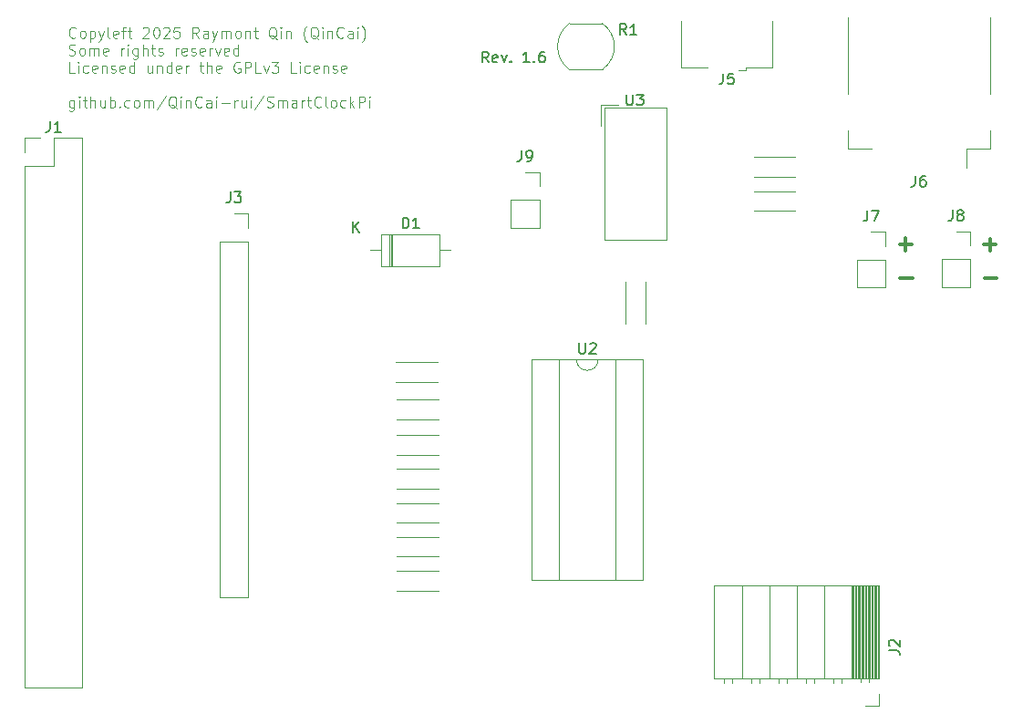
<source format=gbr>
%TF.GenerationSoftware,KiCad,Pcbnew,9.0.2-2.fc42*%
%TF.CreationDate,2025-07-04T09:20:57+12:00*%
%TF.ProjectId,smartclockpi,736d6172-7463-46c6-9f63-6b70692e6b69,rev?*%
%TF.SameCoordinates,Original*%
%TF.FileFunction,Legend,Top*%
%TF.FilePolarity,Positive*%
%FSLAX46Y46*%
G04 Gerber Fmt 4.6, Leading zero omitted, Abs format (unit mm)*
G04 Created by KiCad (PCBNEW 9.0.2-2.fc42) date 2025-07-04 09:20:57*
%MOMM*%
%LPD*%
G01*
G04 APERTURE LIST*
%ADD10C,0.200000*%
%ADD11C,0.300000*%
%ADD12C,0.125000*%
%ADD13C,0.150000*%
%ADD14C,0.120000*%
G04 APERTURE END LIST*
D10*
X86141101Y-73367219D02*
X85807768Y-72891028D01*
X85569673Y-73367219D02*
X85569673Y-72367219D01*
X85569673Y-72367219D02*
X85950625Y-72367219D01*
X85950625Y-72367219D02*
X86045863Y-72414838D01*
X86045863Y-72414838D02*
X86093482Y-72462457D01*
X86093482Y-72462457D02*
X86141101Y-72557695D01*
X86141101Y-72557695D02*
X86141101Y-72700552D01*
X86141101Y-72700552D02*
X86093482Y-72795790D01*
X86093482Y-72795790D02*
X86045863Y-72843409D01*
X86045863Y-72843409D02*
X85950625Y-72891028D01*
X85950625Y-72891028D02*
X85569673Y-72891028D01*
X86950625Y-73319600D02*
X86855387Y-73367219D01*
X86855387Y-73367219D02*
X86664911Y-73367219D01*
X86664911Y-73367219D02*
X86569673Y-73319600D01*
X86569673Y-73319600D02*
X86522054Y-73224361D01*
X86522054Y-73224361D02*
X86522054Y-72843409D01*
X86522054Y-72843409D02*
X86569673Y-72748171D01*
X86569673Y-72748171D02*
X86664911Y-72700552D01*
X86664911Y-72700552D02*
X86855387Y-72700552D01*
X86855387Y-72700552D02*
X86950625Y-72748171D01*
X86950625Y-72748171D02*
X86998244Y-72843409D01*
X86998244Y-72843409D02*
X86998244Y-72938647D01*
X86998244Y-72938647D02*
X86522054Y-73033885D01*
X87331578Y-72700552D02*
X87569673Y-73367219D01*
X87569673Y-73367219D02*
X87807768Y-72700552D01*
X88188721Y-73271980D02*
X88236340Y-73319600D01*
X88236340Y-73319600D02*
X88188721Y-73367219D01*
X88188721Y-73367219D02*
X88141102Y-73319600D01*
X88141102Y-73319600D02*
X88188721Y-73271980D01*
X88188721Y-73271980D02*
X88188721Y-73367219D01*
X89950625Y-73367219D02*
X89379197Y-73367219D01*
X89664911Y-73367219D02*
X89664911Y-72367219D01*
X89664911Y-72367219D02*
X89569673Y-72510076D01*
X89569673Y-72510076D02*
X89474435Y-72605314D01*
X89474435Y-72605314D02*
X89379197Y-72652933D01*
X90379197Y-73271980D02*
X90426816Y-73319600D01*
X90426816Y-73319600D02*
X90379197Y-73367219D01*
X90379197Y-73367219D02*
X90331578Y-73319600D01*
X90331578Y-73319600D02*
X90379197Y-73271980D01*
X90379197Y-73271980D02*
X90379197Y-73367219D01*
X91283958Y-72367219D02*
X91093482Y-72367219D01*
X91093482Y-72367219D02*
X90998244Y-72414838D01*
X90998244Y-72414838D02*
X90950625Y-72462457D01*
X90950625Y-72462457D02*
X90855387Y-72605314D01*
X90855387Y-72605314D02*
X90807768Y-72795790D01*
X90807768Y-72795790D02*
X90807768Y-73176742D01*
X90807768Y-73176742D02*
X90855387Y-73271980D01*
X90855387Y-73271980D02*
X90903006Y-73319600D01*
X90903006Y-73319600D02*
X90998244Y-73367219D01*
X90998244Y-73367219D02*
X91188720Y-73367219D01*
X91188720Y-73367219D02*
X91283958Y-73319600D01*
X91283958Y-73319600D02*
X91331577Y-73271980D01*
X91331577Y-73271980D02*
X91379196Y-73176742D01*
X91379196Y-73176742D02*
X91379196Y-72938647D01*
X91379196Y-72938647D02*
X91331577Y-72843409D01*
X91331577Y-72843409D02*
X91283958Y-72795790D01*
X91283958Y-72795790D02*
X91188720Y-72748171D01*
X91188720Y-72748171D02*
X90998244Y-72748171D01*
X90998244Y-72748171D02*
X90903006Y-72795790D01*
X90903006Y-72795790D02*
X90855387Y-72843409D01*
X90855387Y-72843409D02*
X90807768Y-72938647D01*
D11*
X132126110Y-90308400D02*
X133268968Y-90308400D01*
X132697539Y-90879828D02*
X132697539Y-89736971D01*
X132202310Y-93432600D02*
X133345168Y-93432600D01*
X124303310Y-90288400D02*
X125446168Y-90288400D01*
X124874739Y-90859828D02*
X124874739Y-89716971D01*
D12*
X47805559Y-71009304D02*
X47757940Y-71056924D01*
X47757940Y-71056924D02*
X47615083Y-71104543D01*
X47615083Y-71104543D02*
X47519845Y-71104543D01*
X47519845Y-71104543D02*
X47376988Y-71056924D01*
X47376988Y-71056924D02*
X47281750Y-70961685D01*
X47281750Y-70961685D02*
X47234131Y-70866447D01*
X47234131Y-70866447D02*
X47186512Y-70675971D01*
X47186512Y-70675971D02*
X47186512Y-70533114D01*
X47186512Y-70533114D02*
X47234131Y-70342638D01*
X47234131Y-70342638D02*
X47281750Y-70247400D01*
X47281750Y-70247400D02*
X47376988Y-70152162D01*
X47376988Y-70152162D02*
X47519845Y-70104543D01*
X47519845Y-70104543D02*
X47615083Y-70104543D01*
X47615083Y-70104543D02*
X47757940Y-70152162D01*
X47757940Y-70152162D02*
X47805559Y-70199781D01*
X48376988Y-71104543D02*
X48281750Y-71056924D01*
X48281750Y-71056924D02*
X48234131Y-71009304D01*
X48234131Y-71009304D02*
X48186512Y-70914066D01*
X48186512Y-70914066D02*
X48186512Y-70628352D01*
X48186512Y-70628352D02*
X48234131Y-70533114D01*
X48234131Y-70533114D02*
X48281750Y-70485495D01*
X48281750Y-70485495D02*
X48376988Y-70437876D01*
X48376988Y-70437876D02*
X48519845Y-70437876D01*
X48519845Y-70437876D02*
X48615083Y-70485495D01*
X48615083Y-70485495D02*
X48662702Y-70533114D01*
X48662702Y-70533114D02*
X48710321Y-70628352D01*
X48710321Y-70628352D02*
X48710321Y-70914066D01*
X48710321Y-70914066D02*
X48662702Y-71009304D01*
X48662702Y-71009304D02*
X48615083Y-71056924D01*
X48615083Y-71056924D02*
X48519845Y-71104543D01*
X48519845Y-71104543D02*
X48376988Y-71104543D01*
X49138893Y-70437876D02*
X49138893Y-71437876D01*
X49138893Y-70485495D02*
X49234131Y-70437876D01*
X49234131Y-70437876D02*
X49424607Y-70437876D01*
X49424607Y-70437876D02*
X49519845Y-70485495D01*
X49519845Y-70485495D02*
X49567464Y-70533114D01*
X49567464Y-70533114D02*
X49615083Y-70628352D01*
X49615083Y-70628352D02*
X49615083Y-70914066D01*
X49615083Y-70914066D02*
X49567464Y-71009304D01*
X49567464Y-71009304D02*
X49519845Y-71056924D01*
X49519845Y-71056924D02*
X49424607Y-71104543D01*
X49424607Y-71104543D02*
X49234131Y-71104543D01*
X49234131Y-71104543D02*
X49138893Y-71056924D01*
X49948417Y-70437876D02*
X50186512Y-71104543D01*
X50424607Y-70437876D02*
X50186512Y-71104543D01*
X50186512Y-71104543D02*
X50091274Y-71342638D01*
X50091274Y-71342638D02*
X50043655Y-71390257D01*
X50043655Y-71390257D02*
X49948417Y-71437876D01*
X50948417Y-71104543D02*
X50853179Y-71056924D01*
X50853179Y-71056924D02*
X50805560Y-70961685D01*
X50805560Y-70961685D02*
X50805560Y-70104543D01*
X51710322Y-71056924D02*
X51615084Y-71104543D01*
X51615084Y-71104543D02*
X51424608Y-71104543D01*
X51424608Y-71104543D02*
X51329370Y-71056924D01*
X51329370Y-71056924D02*
X51281751Y-70961685D01*
X51281751Y-70961685D02*
X51281751Y-70580733D01*
X51281751Y-70580733D02*
X51329370Y-70485495D01*
X51329370Y-70485495D02*
X51424608Y-70437876D01*
X51424608Y-70437876D02*
X51615084Y-70437876D01*
X51615084Y-70437876D02*
X51710322Y-70485495D01*
X51710322Y-70485495D02*
X51757941Y-70580733D01*
X51757941Y-70580733D02*
X51757941Y-70675971D01*
X51757941Y-70675971D02*
X51281751Y-70771209D01*
X52043656Y-70437876D02*
X52424608Y-70437876D01*
X52186513Y-71104543D02*
X52186513Y-70247400D01*
X52186513Y-70247400D02*
X52234132Y-70152162D01*
X52234132Y-70152162D02*
X52329370Y-70104543D01*
X52329370Y-70104543D02*
X52424608Y-70104543D01*
X52615085Y-70437876D02*
X52996037Y-70437876D01*
X52757942Y-70104543D02*
X52757942Y-70961685D01*
X52757942Y-70961685D02*
X52805561Y-71056924D01*
X52805561Y-71056924D02*
X52900799Y-71104543D01*
X52900799Y-71104543D02*
X52996037Y-71104543D01*
X54043657Y-70199781D02*
X54091276Y-70152162D01*
X54091276Y-70152162D02*
X54186514Y-70104543D01*
X54186514Y-70104543D02*
X54424609Y-70104543D01*
X54424609Y-70104543D02*
X54519847Y-70152162D01*
X54519847Y-70152162D02*
X54567466Y-70199781D01*
X54567466Y-70199781D02*
X54615085Y-70295019D01*
X54615085Y-70295019D02*
X54615085Y-70390257D01*
X54615085Y-70390257D02*
X54567466Y-70533114D01*
X54567466Y-70533114D02*
X53996038Y-71104543D01*
X53996038Y-71104543D02*
X54615085Y-71104543D01*
X55234133Y-70104543D02*
X55329371Y-70104543D01*
X55329371Y-70104543D02*
X55424609Y-70152162D01*
X55424609Y-70152162D02*
X55472228Y-70199781D01*
X55472228Y-70199781D02*
X55519847Y-70295019D01*
X55519847Y-70295019D02*
X55567466Y-70485495D01*
X55567466Y-70485495D02*
X55567466Y-70723590D01*
X55567466Y-70723590D02*
X55519847Y-70914066D01*
X55519847Y-70914066D02*
X55472228Y-71009304D01*
X55472228Y-71009304D02*
X55424609Y-71056924D01*
X55424609Y-71056924D02*
X55329371Y-71104543D01*
X55329371Y-71104543D02*
X55234133Y-71104543D01*
X55234133Y-71104543D02*
X55138895Y-71056924D01*
X55138895Y-71056924D02*
X55091276Y-71009304D01*
X55091276Y-71009304D02*
X55043657Y-70914066D01*
X55043657Y-70914066D02*
X54996038Y-70723590D01*
X54996038Y-70723590D02*
X54996038Y-70485495D01*
X54996038Y-70485495D02*
X55043657Y-70295019D01*
X55043657Y-70295019D02*
X55091276Y-70199781D01*
X55091276Y-70199781D02*
X55138895Y-70152162D01*
X55138895Y-70152162D02*
X55234133Y-70104543D01*
X55948419Y-70199781D02*
X55996038Y-70152162D01*
X55996038Y-70152162D02*
X56091276Y-70104543D01*
X56091276Y-70104543D02*
X56329371Y-70104543D01*
X56329371Y-70104543D02*
X56424609Y-70152162D01*
X56424609Y-70152162D02*
X56472228Y-70199781D01*
X56472228Y-70199781D02*
X56519847Y-70295019D01*
X56519847Y-70295019D02*
X56519847Y-70390257D01*
X56519847Y-70390257D02*
X56472228Y-70533114D01*
X56472228Y-70533114D02*
X55900800Y-71104543D01*
X55900800Y-71104543D02*
X56519847Y-71104543D01*
X57424609Y-70104543D02*
X56948419Y-70104543D01*
X56948419Y-70104543D02*
X56900800Y-70580733D01*
X56900800Y-70580733D02*
X56948419Y-70533114D01*
X56948419Y-70533114D02*
X57043657Y-70485495D01*
X57043657Y-70485495D02*
X57281752Y-70485495D01*
X57281752Y-70485495D02*
X57376990Y-70533114D01*
X57376990Y-70533114D02*
X57424609Y-70580733D01*
X57424609Y-70580733D02*
X57472228Y-70675971D01*
X57472228Y-70675971D02*
X57472228Y-70914066D01*
X57472228Y-70914066D02*
X57424609Y-71009304D01*
X57424609Y-71009304D02*
X57376990Y-71056924D01*
X57376990Y-71056924D02*
X57281752Y-71104543D01*
X57281752Y-71104543D02*
X57043657Y-71104543D01*
X57043657Y-71104543D02*
X56948419Y-71056924D01*
X56948419Y-71056924D02*
X56900800Y-71009304D01*
X59234133Y-71104543D02*
X58900800Y-70628352D01*
X58662705Y-71104543D02*
X58662705Y-70104543D01*
X58662705Y-70104543D02*
X59043657Y-70104543D01*
X59043657Y-70104543D02*
X59138895Y-70152162D01*
X59138895Y-70152162D02*
X59186514Y-70199781D01*
X59186514Y-70199781D02*
X59234133Y-70295019D01*
X59234133Y-70295019D02*
X59234133Y-70437876D01*
X59234133Y-70437876D02*
X59186514Y-70533114D01*
X59186514Y-70533114D02*
X59138895Y-70580733D01*
X59138895Y-70580733D02*
X59043657Y-70628352D01*
X59043657Y-70628352D02*
X58662705Y-70628352D01*
X60091276Y-71104543D02*
X60091276Y-70580733D01*
X60091276Y-70580733D02*
X60043657Y-70485495D01*
X60043657Y-70485495D02*
X59948419Y-70437876D01*
X59948419Y-70437876D02*
X59757943Y-70437876D01*
X59757943Y-70437876D02*
X59662705Y-70485495D01*
X60091276Y-71056924D02*
X59996038Y-71104543D01*
X59996038Y-71104543D02*
X59757943Y-71104543D01*
X59757943Y-71104543D02*
X59662705Y-71056924D01*
X59662705Y-71056924D02*
X59615086Y-70961685D01*
X59615086Y-70961685D02*
X59615086Y-70866447D01*
X59615086Y-70866447D02*
X59662705Y-70771209D01*
X59662705Y-70771209D02*
X59757943Y-70723590D01*
X59757943Y-70723590D02*
X59996038Y-70723590D01*
X59996038Y-70723590D02*
X60091276Y-70675971D01*
X60472229Y-70437876D02*
X60710324Y-71104543D01*
X60948419Y-70437876D02*
X60710324Y-71104543D01*
X60710324Y-71104543D02*
X60615086Y-71342638D01*
X60615086Y-71342638D02*
X60567467Y-71390257D01*
X60567467Y-71390257D02*
X60472229Y-71437876D01*
X61329372Y-71104543D02*
X61329372Y-70437876D01*
X61329372Y-70533114D02*
X61376991Y-70485495D01*
X61376991Y-70485495D02*
X61472229Y-70437876D01*
X61472229Y-70437876D02*
X61615086Y-70437876D01*
X61615086Y-70437876D02*
X61710324Y-70485495D01*
X61710324Y-70485495D02*
X61757943Y-70580733D01*
X61757943Y-70580733D02*
X61757943Y-71104543D01*
X61757943Y-70580733D02*
X61805562Y-70485495D01*
X61805562Y-70485495D02*
X61900800Y-70437876D01*
X61900800Y-70437876D02*
X62043657Y-70437876D01*
X62043657Y-70437876D02*
X62138896Y-70485495D01*
X62138896Y-70485495D02*
X62186515Y-70580733D01*
X62186515Y-70580733D02*
X62186515Y-71104543D01*
X62805562Y-71104543D02*
X62710324Y-71056924D01*
X62710324Y-71056924D02*
X62662705Y-71009304D01*
X62662705Y-71009304D02*
X62615086Y-70914066D01*
X62615086Y-70914066D02*
X62615086Y-70628352D01*
X62615086Y-70628352D02*
X62662705Y-70533114D01*
X62662705Y-70533114D02*
X62710324Y-70485495D01*
X62710324Y-70485495D02*
X62805562Y-70437876D01*
X62805562Y-70437876D02*
X62948419Y-70437876D01*
X62948419Y-70437876D02*
X63043657Y-70485495D01*
X63043657Y-70485495D02*
X63091276Y-70533114D01*
X63091276Y-70533114D02*
X63138895Y-70628352D01*
X63138895Y-70628352D02*
X63138895Y-70914066D01*
X63138895Y-70914066D02*
X63091276Y-71009304D01*
X63091276Y-71009304D02*
X63043657Y-71056924D01*
X63043657Y-71056924D02*
X62948419Y-71104543D01*
X62948419Y-71104543D02*
X62805562Y-71104543D01*
X63567467Y-70437876D02*
X63567467Y-71104543D01*
X63567467Y-70533114D02*
X63615086Y-70485495D01*
X63615086Y-70485495D02*
X63710324Y-70437876D01*
X63710324Y-70437876D02*
X63853181Y-70437876D01*
X63853181Y-70437876D02*
X63948419Y-70485495D01*
X63948419Y-70485495D02*
X63996038Y-70580733D01*
X63996038Y-70580733D02*
X63996038Y-71104543D01*
X64329372Y-70437876D02*
X64710324Y-70437876D01*
X64472229Y-70104543D02*
X64472229Y-70961685D01*
X64472229Y-70961685D02*
X64519848Y-71056924D01*
X64519848Y-71056924D02*
X64615086Y-71104543D01*
X64615086Y-71104543D02*
X64710324Y-71104543D01*
X66472229Y-71199781D02*
X66376991Y-71152162D01*
X66376991Y-71152162D02*
X66281753Y-71056924D01*
X66281753Y-71056924D02*
X66138896Y-70914066D01*
X66138896Y-70914066D02*
X66043658Y-70866447D01*
X66043658Y-70866447D02*
X65948420Y-70866447D01*
X65996039Y-71104543D02*
X65900801Y-71056924D01*
X65900801Y-71056924D02*
X65805563Y-70961685D01*
X65805563Y-70961685D02*
X65757944Y-70771209D01*
X65757944Y-70771209D02*
X65757944Y-70437876D01*
X65757944Y-70437876D02*
X65805563Y-70247400D01*
X65805563Y-70247400D02*
X65900801Y-70152162D01*
X65900801Y-70152162D02*
X65996039Y-70104543D01*
X65996039Y-70104543D02*
X66186515Y-70104543D01*
X66186515Y-70104543D02*
X66281753Y-70152162D01*
X66281753Y-70152162D02*
X66376991Y-70247400D01*
X66376991Y-70247400D02*
X66424610Y-70437876D01*
X66424610Y-70437876D02*
X66424610Y-70771209D01*
X66424610Y-70771209D02*
X66376991Y-70961685D01*
X66376991Y-70961685D02*
X66281753Y-71056924D01*
X66281753Y-71056924D02*
X66186515Y-71104543D01*
X66186515Y-71104543D02*
X65996039Y-71104543D01*
X66853182Y-71104543D02*
X66853182Y-70437876D01*
X66853182Y-70104543D02*
X66805563Y-70152162D01*
X66805563Y-70152162D02*
X66853182Y-70199781D01*
X66853182Y-70199781D02*
X66900801Y-70152162D01*
X66900801Y-70152162D02*
X66853182Y-70104543D01*
X66853182Y-70104543D02*
X66853182Y-70199781D01*
X67329372Y-70437876D02*
X67329372Y-71104543D01*
X67329372Y-70533114D02*
X67376991Y-70485495D01*
X67376991Y-70485495D02*
X67472229Y-70437876D01*
X67472229Y-70437876D02*
X67615086Y-70437876D01*
X67615086Y-70437876D02*
X67710324Y-70485495D01*
X67710324Y-70485495D02*
X67757943Y-70580733D01*
X67757943Y-70580733D02*
X67757943Y-71104543D01*
X69281753Y-71485495D02*
X69234134Y-71437876D01*
X69234134Y-71437876D02*
X69138896Y-71295019D01*
X69138896Y-71295019D02*
X69091277Y-71199781D01*
X69091277Y-71199781D02*
X69043658Y-71056924D01*
X69043658Y-71056924D02*
X68996039Y-70818828D01*
X68996039Y-70818828D02*
X68996039Y-70628352D01*
X68996039Y-70628352D02*
X69043658Y-70390257D01*
X69043658Y-70390257D02*
X69091277Y-70247400D01*
X69091277Y-70247400D02*
X69138896Y-70152162D01*
X69138896Y-70152162D02*
X69234134Y-70009304D01*
X69234134Y-70009304D02*
X69281753Y-69961685D01*
X70329372Y-71199781D02*
X70234134Y-71152162D01*
X70234134Y-71152162D02*
X70138896Y-71056924D01*
X70138896Y-71056924D02*
X69996039Y-70914066D01*
X69996039Y-70914066D02*
X69900801Y-70866447D01*
X69900801Y-70866447D02*
X69805563Y-70866447D01*
X69853182Y-71104543D02*
X69757944Y-71056924D01*
X69757944Y-71056924D02*
X69662706Y-70961685D01*
X69662706Y-70961685D02*
X69615087Y-70771209D01*
X69615087Y-70771209D02*
X69615087Y-70437876D01*
X69615087Y-70437876D02*
X69662706Y-70247400D01*
X69662706Y-70247400D02*
X69757944Y-70152162D01*
X69757944Y-70152162D02*
X69853182Y-70104543D01*
X69853182Y-70104543D02*
X70043658Y-70104543D01*
X70043658Y-70104543D02*
X70138896Y-70152162D01*
X70138896Y-70152162D02*
X70234134Y-70247400D01*
X70234134Y-70247400D02*
X70281753Y-70437876D01*
X70281753Y-70437876D02*
X70281753Y-70771209D01*
X70281753Y-70771209D02*
X70234134Y-70961685D01*
X70234134Y-70961685D02*
X70138896Y-71056924D01*
X70138896Y-71056924D02*
X70043658Y-71104543D01*
X70043658Y-71104543D02*
X69853182Y-71104543D01*
X70710325Y-71104543D02*
X70710325Y-70437876D01*
X70710325Y-70104543D02*
X70662706Y-70152162D01*
X70662706Y-70152162D02*
X70710325Y-70199781D01*
X70710325Y-70199781D02*
X70757944Y-70152162D01*
X70757944Y-70152162D02*
X70710325Y-70104543D01*
X70710325Y-70104543D02*
X70710325Y-70199781D01*
X71186515Y-70437876D02*
X71186515Y-71104543D01*
X71186515Y-70533114D02*
X71234134Y-70485495D01*
X71234134Y-70485495D02*
X71329372Y-70437876D01*
X71329372Y-70437876D02*
X71472229Y-70437876D01*
X71472229Y-70437876D02*
X71567467Y-70485495D01*
X71567467Y-70485495D02*
X71615086Y-70580733D01*
X71615086Y-70580733D02*
X71615086Y-71104543D01*
X72662705Y-71009304D02*
X72615086Y-71056924D01*
X72615086Y-71056924D02*
X72472229Y-71104543D01*
X72472229Y-71104543D02*
X72376991Y-71104543D01*
X72376991Y-71104543D02*
X72234134Y-71056924D01*
X72234134Y-71056924D02*
X72138896Y-70961685D01*
X72138896Y-70961685D02*
X72091277Y-70866447D01*
X72091277Y-70866447D02*
X72043658Y-70675971D01*
X72043658Y-70675971D02*
X72043658Y-70533114D01*
X72043658Y-70533114D02*
X72091277Y-70342638D01*
X72091277Y-70342638D02*
X72138896Y-70247400D01*
X72138896Y-70247400D02*
X72234134Y-70152162D01*
X72234134Y-70152162D02*
X72376991Y-70104543D01*
X72376991Y-70104543D02*
X72472229Y-70104543D01*
X72472229Y-70104543D02*
X72615086Y-70152162D01*
X72615086Y-70152162D02*
X72662705Y-70199781D01*
X73519848Y-71104543D02*
X73519848Y-70580733D01*
X73519848Y-70580733D02*
X73472229Y-70485495D01*
X73472229Y-70485495D02*
X73376991Y-70437876D01*
X73376991Y-70437876D02*
X73186515Y-70437876D01*
X73186515Y-70437876D02*
X73091277Y-70485495D01*
X73519848Y-71056924D02*
X73424610Y-71104543D01*
X73424610Y-71104543D02*
X73186515Y-71104543D01*
X73186515Y-71104543D02*
X73091277Y-71056924D01*
X73091277Y-71056924D02*
X73043658Y-70961685D01*
X73043658Y-70961685D02*
X73043658Y-70866447D01*
X73043658Y-70866447D02*
X73091277Y-70771209D01*
X73091277Y-70771209D02*
X73186515Y-70723590D01*
X73186515Y-70723590D02*
X73424610Y-70723590D01*
X73424610Y-70723590D02*
X73519848Y-70675971D01*
X73996039Y-71104543D02*
X73996039Y-70437876D01*
X73996039Y-70104543D02*
X73948420Y-70152162D01*
X73948420Y-70152162D02*
X73996039Y-70199781D01*
X73996039Y-70199781D02*
X74043658Y-70152162D01*
X74043658Y-70152162D02*
X73996039Y-70104543D01*
X73996039Y-70104543D02*
X73996039Y-70199781D01*
X74376991Y-71485495D02*
X74424610Y-71437876D01*
X74424610Y-71437876D02*
X74519848Y-71295019D01*
X74519848Y-71295019D02*
X74567467Y-71199781D01*
X74567467Y-71199781D02*
X74615086Y-71056924D01*
X74615086Y-71056924D02*
X74662705Y-70818828D01*
X74662705Y-70818828D02*
X74662705Y-70628352D01*
X74662705Y-70628352D02*
X74615086Y-70390257D01*
X74615086Y-70390257D02*
X74567467Y-70247400D01*
X74567467Y-70247400D02*
X74519848Y-70152162D01*
X74519848Y-70152162D02*
X74424610Y-70009304D01*
X74424610Y-70009304D02*
X74376991Y-69961685D01*
X47186512Y-72666868D02*
X47329369Y-72714487D01*
X47329369Y-72714487D02*
X47567464Y-72714487D01*
X47567464Y-72714487D02*
X47662702Y-72666868D01*
X47662702Y-72666868D02*
X47710321Y-72619248D01*
X47710321Y-72619248D02*
X47757940Y-72524010D01*
X47757940Y-72524010D02*
X47757940Y-72428772D01*
X47757940Y-72428772D02*
X47710321Y-72333534D01*
X47710321Y-72333534D02*
X47662702Y-72285915D01*
X47662702Y-72285915D02*
X47567464Y-72238296D01*
X47567464Y-72238296D02*
X47376988Y-72190677D01*
X47376988Y-72190677D02*
X47281750Y-72143058D01*
X47281750Y-72143058D02*
X47234131Y-72095439D01*
X47234131Y-72095439D02*
X47186512Y-72000201D01*
X47186512Y-72000201D02*
X47186512Y-71904963D01*
X47186512Y-71904963D02*
X47234131Y-71809725D01*
X47234131Y-71809725D02*
X47281750Y-71762106D01*
X47281750Y-71762106D02*
X47376988Y-71714487D01*
X47376988Y-71714487D02*
X47615083Y-71714487D01*
X47615083Y-71714487D02*
X47757940Y-71762106D01*
X48329369Y-72714487D02*
X48234131Y-72666868D01*
X48234131Y-72666868D02*
X48186512Y-72619248D01*
X48186512Y-72619248D02*
X48138893Y-72524010D01*
X48138893Y-72524010D02*
X48138893Y-72238296D01*
X48138893Y-72238296D02*
X48186512Y-72143058D01*
X48186512Y-72143058D02*
X48234131Y-72095439D01*
X48234131Y-72095439D02*
X48329369Y-72047820D01*
X48329369Y-72047820D02*
X48472226Y-72047820D01*
X48472226Y-72047820D02*
X48567464Y-72095439D01*
X48567464Y-72095439D02*
X48615083Y-72143058D01*
X48615083Y-72143058D02*
X48662702Y-72238296D01*
X48662702Y-72238296D02*
X48662702Y-72524010D01*
X48662702Y-72524010D02*
X48615083Y-72619248D01*
X48615083Y-72619248D02*
X48567464Y-72666868D01*
X48567464Y-72666868D02*
X48472226Y-72714487D01*
X48472226Y-72714487D02*
X48329369Y-72714487D01*
X49091274Y-72714487D02*
X49091274Y-72047820D01*
X49091274Y-72143058D02*
X49138893Y-72095439D01*
X49138893Y-72095439D02*
X49234131Y-72047820D01*
X49234131Y-72047820D02*
X49376988Y-72047820D01*
X49376988Y-72047820D02*
X49472226Y-72095439D01*
X49472226Y-72095439D02*
X49519845Y-72190677D01*
X49519845Y-72190677D02*
X49519845Y-72714487D01*
X49519845Y-72190677D02*
X49567464Y-72095439D01*
X49567464Y-72095439D02*
X49662702Y-72047820D01*
X49662702Y-72047820D02*
X49805559Y-72047820D01*
X49805559Y-72047820D02*
X49900798Y-72095439D01*
X49900798Y-72095439D02*
X49948417Y-72190677D01*
X49948417Y-72190677D02*
X49948417Y-72714487D01*
X50805559Y-72666868D02*
X50710321Y-72714487D01*
X50710321Y-72714487D02*
X50519845Y-72714487D01*
X50519845Y-72714487D02*
X50424607Y-72666868D01*
X50424607Y-72666868D02*
X50376988Y-72571629D01*
X50376988Y-72571629D02*
X50376988Y-72190677D01*
X50376988Y-72190677D02*
X50424607Y-72095439D01*
X50424607Y-72095439D02*
X50519845Y-72047820D01*
X50519845Y-72047820D02*
X50710321Y-72047820D01*
X50710321Y-72047820D02*
X50805559Y-72095439D01*
X50805559Y-72095439D02*
X50853178Y-72190677D01*
X50853178Y-72190677D02*
X50853178Y-72285915D01*
X50853178Y-72285915D02*
X50376988Y-72381153D01*
X52043655Y-72714487D02*
X52043655Y-72047820D01*
X52043655Y-72238296D02*
X52091274Y-72143058D01*
X52091274Y-72143058D02*
X52138893Y-72095439D01*
X52138893Y-72095439D02*
X52234131Y-72047820D01*
X52234131Y-72047820D02*
X52329369Y-72047820D01*
X52662703Y-72714487D02*
X52662703Y-72047820D01*
X52662703Y-71714487D02*
X52615084Y-71762106D01*
X52615084Y-71762106D02*
X52662703Y-71809725D01*
X52662703Y-71809725D02*
X52710322Y-71762106D01*
X52710322Y-71762106D02*
X52662703Y-71714487D01*
X52662703Y-71714487D02*
X52662703Y-71809725D01*
X53567464Y-72047820D02*
X53567464Y-72857344D01*
X53567464Y-72857344D02*
X53519845Y-72952582D01*
X53519845Y-72952582D02*
X53472226Y-73000201D01*
X53472226Y-73000201D02*
X53376988Y-73047820D01*
X53376988Y-73047820D02*
X53234131Y-73047820D01*
X53234131Y-73047820D02*
X53138893Y-73000201D01*
X53567464Y-72666868D02*
X53472226Y-72714487D01*
X53472226Y-72714487D02*
X53281750Y-72714487D01*
X53281750Y-72714487D02*
X53186512Y-72666868D01*
X53186512Y-72666868D02*
X53138893Y-72619248D01*
X53138893Y-72619248D02*
X53091274Y-72524010D01*
X53091274Y-72524010D02*
X53091274Y-72238296D01*
X53091274Y-72238296D02*
X53138893Y-72143058D01*
X53138893Y-72143058D02*
X53186512Y-72095439D01*
X53186512Y-72095439D02*
X53281750Y-72047820D01*
X53281750Y-72047820D02*
X53472226Y-72047820D01*
X53472226Y-72047820D02*
X53567464Y-72095439D01*
X54043655Y-72714487D02*
X54043655Y-71714487D01*
X54472226Y-72714487D02*
X54472226Y-72190677D01*
X54472226Y-72190677D02*
X54424607Y-72095439D01*
X54424607Y-72095439D02*
X54329369Y-72047820D01*
X54329369Y-72047820D02*
X54186512Y-72047820D01*
X54186512Y-72047820D02*
X54091274Y-72095439D01*
X54091274Y-72095439D02*
X54043655Y-72143058D01*
X54805560Y-72047820D02*
X55186512Y-72047820D01*
X54948417Y-71714487D02*
X54948417Y-72571629D01*
X54948417Y-72571629D02*
X54996036Y-72666868D01*
X54996036Y-72666868D02*
X55091274Y-72714487D01*
X55091274Y-72714487D02*
X55186512Y-72714487D01*
X55472227Y-72666868D02*
X55567465Y-72714487D01*
X55567465Y-72714487D02*
X55757941Y-72714487D01*
X55757941Y-72714487D02*
X55853179Y-72666868D01*
X55853179Y-72666868D02*
X55900798Y-72571629D01*
X55900798Y-72571629D02*
X55900798Y-72524010D01*
X55900798Y-72524010D02*
X55853179Y-72428772D01*
X55853179Y-72428772D02*
X55757941Y-72381153D01*
X55757941Y-72381153D02*
X55615084Y-72381153D01*
X55615084Y-72381153D02*
X55519846Y-72333534D01*
X55519846Y-72333534D02*
X55472227Y-72238296D01*
X55472227Y-72238296D02*
X55472227Y-72190677D01*
X55472227Y-72190677D02*
X55519846Y-72095439D01*
X55519846Y-72095439D02*
X55615084Y-72047820D01*
X55615084Y-72047820D02*
X55757941Y-72047820D01*
X55757941Y-72047820D02*
X55853179Y-72095439D01*
X57091275Y-72714487D02*
X57091275Y-72047820D01*
X57091275Y-72238296D02*
X57138894Y-72143058D01*
X57138894Y-72143058D02*
X57186513Y-72095439D01*
X57186513Y-72095439D02*
X57281751Y-72047820D01*
X57281751Y-72047820D02*
X57376989Y-72047820D01*
X58091275Y-72666868D02*
X57996037Y-72714487D01*
X57996037Y-72714487D02*
X57805561Y-72714487D01*
X57805561Y-72714487D02*
X57710323Y-72666868D01*
X57710323Y-72666868D02*
X57662704Y-72571629D01*
X57662704Y-72571629D02*
X57662704Y-72190677D01*
X57662704Y-72190677D02*
X57710323Y-72095439D01*
X57710323Y-72095439D02*
X57805561Y-72047820D01*
X57805561Y-72047820D02*
X57996037Y-72047820D01*
X57996037Y-72047820D02*
X58091275Y-72095439D01*
X58091275Y-72095439D02*
X58138894Y-72190677D01*
X58138894Y-72190677D02*
X58138894Y-72285915D01*
X58138894Y-72285915D02*
X57662704Y-72381153D01*
X58519847Y-72666868D02*
X58615085Y-72714487D01*
X58615085Y-72714487D02*
X58805561Y-72714487D01*
X58805561Y-72714487D02*
X58900799Y-72666868D01*
X58900799Y-72666868D02*
X58948418Y-72571629D01*
X58948418Y-72571629D02*
X58948418Y-72524010D01*
X58948418Y-72524010D02*
X58900799Y-72428772D01*
X58900799Y-72428772D02*
X58805561Y-72381153D01*
X58805561Y-72381153D02*
X58662704Y-72381153D01*
X58662704Y-72381153D02*
X58567466Y-72333534D01*
X58567466Y-72333534D02*
X58519847Y-72238296D01*
X58519847Y-72238296D02*
X58519847Y-72190677D01*
X58519847Y-72190677D02*
X58567466Y-72095439D01*
X58567466Y-72095439D02*
X58662704Y-72047820D01*
X58662704Y-72047820D02*
X58805561Y-72047820D01*
X58805561Y-72047820D02*
X58900799Y-72095439D01*
X59757942Y-72666868D02*
X59662704Y-72714487D01*
X59662704Y-72714487D02*
X59472228Y-72714487D01*
X59472228Y-72714487D02*
X59376990Y-72666868D01*
X59376990Y-72666868D02*
X59329371Y-72571629D01*
X59329371Y-72571629D02*
X59329371Y-72190677D01*
X59329371Y-72190677D02*
X59376990Y-72095439D01*
X59376990Y-72095439D02*
X59472228Y-72047820D01*
X59472228Y-72047820D02*
X59662704Y-72047820D01*
X59662704Y-72047820D02*
X59757942Y-72095439D01*
X59757942Y-72095439D02*
X59805561Y-72190677D01*
X59805561Y-72190677D02*
X59805561Y-72285915D01*
X59805561Y-72285915D02*
X59329371Y-72381153D01*
X60234133Y-72714487D02*
X60234133Y-72047820D01*
X60234133Y-72238296D02*
X60281752Y-72143058D01*
X60281752Y-72143058D02*
X60329371Y-72095439D01*
X60329371Y-72095439D02*
X60424609Y-72047820D01*
X60424609Y-72047820D02*
X60519847Y-72047820D01*
X60757943Y-72047820D02*
X60996038Y-72714487D01*
X60996038Y-72714487D02*
X61234133Y-72047820D01*
X61996038Y-72666868D02*
X61900800Y-72714487D01*
X61900800Y-72714487D02*
X61710324Y-72714487D01*
X61710324Y-72714487D02*
X61615086Y-72666868D01*
X61615086Y-72666868D02*
X61567467Y-72571629D01*
X61567467Y-72571629D02*
X61567467Y-72190677D01*
X61567467Y-72190677D02*
X61615086Y-72095439D01*
X61615086Y-72095439D02*
X61710324Y-72047820D01*
X61710324Y-72047820D02*
X61900800Y-72047820D01*
X61900800Y-72047820D02*
X61996038Y-72095439D01*
X61996038Y-72095439D02*
X62043657Y-72190677D01*
X62043657Y-72190677D02*
X62043657Y-72285915D01*
X62043657Y-72285915D02*
X61567467Y-72381153D01*
X62900800Y-72714487D02*
X62900800Y-71714487D01*
X62900800Y-72666868D02*
X62805562Y-72714487D01*
X62805562Y-72714487D02*
X62615086Y-72714487D01*
X62615086Y-72714487D02*
X62519848Y-72666868D01*
X62519848Y-72666868D02*
X62472229Y-72619248D01*
X62472229Y-72619248D02*
X62424610Y-72524010D01*
X62424610Y-72524010D02*
X62424610Y-72238296D01*
X62424610Y-72238296D02*
X62472229Y-72143058D01*
X62472229Y-72143058D02*
X62519848Y-72095439D01*
X62519848Y-72095439D02*
X62615086Y-72047820D01*
X62615086Y-72047820D02*
X62805562Y-72047820D01*
X62805562Y-72047820D02*
X62900800Y-72095439D01*
X47710321Y-74324431D02*
X47234131Y-74324431D01*
X47234131Y-74324431D02*
X47234131Y-73324431D01*
X48043655Y-74324431D02*
X48043655Y-73657764D01*
X48043655Y-73324431D02*
X47996036Y-73372050D01*
X47996036Y-73372050D02*
X48043655Y-73419669D01*
X48043655Y-73419669D02*
X48091274Y-73372050D01*
X48091274Y-73372050D02*
X48043655Y-73324431D01*
X48043655Y-73324431D02*
X48043655Y-73419669D01*
X48948416Y-74276812D02*
X48853178Y-74324431D01*
X48853178Y-74324431D02*
X48662702Y-74324431D01*
X48662702Y-74324431D02*
X48567464Y-74276812D01*
X48567464Y-74276812D02*
X48519845Y-74229192D01*
X48519845Y-74229192D02*
X48472226Y-74133954D01*
X48472226Y-74133954D02*
X48472226Y-73848240D01*
X48472226Y-73848240D02*
X48519845Y-73753002D01*
X48519845Y-73753002D02*
X48567464Y-73705383D01*
X48567464Y-73705383D02*
X48662702Y-73657764D01*
X48662702Y-73657764D02*
X48853178Y-73657764D01*
X48853178Y-73657764D02*
X48948416Y-73705383D01*
X49757940Y-74276812D02*
X49662702Y-74324431D01*
X49662702Y-74324431D02*
X49472226Y-74324431D01*
X49472226Y-74324431D02*
X49376988Y-74276812D01*
X49376988Y-74276812D02*
X49329369Y-74181573D01*
X49329369Y-74181573D02*
X49329369Y-73800621D01*
X49329369Y-73800621D02*
X49376988Y-73705383D01*
X49376988Y-73705383D02*
X49472226Y-73657764D01*
X49472226Y-73657764D02*
X49662702Y-73657764D01*
X49662702Y-73657764D02*
X49757940Y-73705383D01*
X49757940Y-73705383D02*
X49805559Y-73800621D01*
X49805559Y-73800621D02*
X49805559Y-73895859D01*
X49805559Y-73895859D02*
X49329369Y-73991097D01*
X50234131Y-73657764D02*
X50234131Y-74324431D01*
X50234131Y-73753002D02*
X50281750Y-73705383D01*
X50281750Y-73705383D02*
X50376988Y-73657764D01*
X50376988Y-73657764D02*
X50519845Y-73657764D01*
X50519845Y-73657764D02*
X50615083Y-73705383D01*
X50615083Y-73705383D02*
X50662702Y-73800621D01*
X50662702Y-73800621D02*
X50662702Y-74324431D01*
X51091274Y-74276812D02*
X51186512Y-74324431D01*
X51186512Y-74324431D02*
X51376988Y-74324431D01*
X51376988Y-74324431D02*
X51472226Y-74276812D01*
X51472226Y-74276812D02*
X51519845Y-74181573D01*
X51519845Y-74181573D02*
X51519845Y-74133954D01*
X51519845Y-74133954D02*
X51472226Y-74038716D01*
X51472226Y-74038716D02*
X51376988Y-73991097D01*
X51376988Y-73991097D02*
X51234131Y-73991097D01*
X51234131Y-73991097D02*
X51138893Y-73943478D01*
X51138893Y-73943478D02*
X51091274Y-73848240D01*
X51091274Y-73848240D02*
X51091274Y-73800621D01*
X51091274Y-73800621D02*
X51138893Y-73705383D01*
X51138893Y-73705383D02*
X51234131Y-73657764D01*
X51234131Y-73657764D02*
X51376988Y-73657764D01*
X51376988Y-73657764D02*
X51472226Y-73705383D01*
X52329369Y-74276812D02*
X52234131Y-74324431D01*
X52234131Y-74324431D02*
X52043655Y-74324431D01*
X52043655Y-74324431D02*
X51948417Y-74276812D01*
X51948417Y-74276812D02*
X51900798Y-74181573D01*
X51900798Y-74181573D02*
X51900798Y-73800621D01*
X51900798Y-73800621D02*
X51948417Y-73705383D01*
X51948417Y-73705383D02*
X52043655Y-73657764D01*
X52043655Y-73657764D02*
X52234131Y-73657764D01*
X52234131Y-73657764D02*
X52329369Y-73705383D01*
X52329369Y-73705383D02*
X52376988Y-73800621D01*
X52376988Y-73800621D02*
X52376988Y-73895859D01*
X52376988Y-73895859D02*
X51900798Y-73991097D01*
X53234131Y-74324431D02*
X53234131Y-73324431D01*
X53234131Y-74276812D02*
X53138893Y-74324431D01*
X53138893Y-74324431D02*
X52948417Y-74324431D01*
X52948417Y-74324431D02*
X52853179Y-74276812D01*
X52853179Y-74276812D02*
X52805560Y-74229192D01*
X52805560Y-74229192D02*
X52757941Y-74133954D01*
X52757941Y-74133954D02*
X52757941Y-73848240D01*
X52757941Y-73848240D02*
X52805560Y-73753002D01*
X52805560Y-73753002D02*
X52853179Y-73705383D01*
X52853179Y-73705383D02*
X52948417Y-73657764D01*
X52948417Y-73657764D02*
X53138893Y-73657764D01*
X53138893Y-73657764D02*
X53234131Y-73705383D01*
X54900798Y-73657764D02*
X54900798Y-74324431D01*
X54472227Y-73657764D02*
X54472227Y-74181573D01*
X54472227Y-74181573D02*
X54519846Y-74276812D01*
X54519846Y-74276812D02*
X54615084Y-74324431D01*
X54615084Y-74324431D02*
X54757941Y-74324431D01*
X54757941Y-74324431D02*
X54853179Y-74276812D01*
X54853179Y-74276812D02*
X54900798Y-74229192D01*
X55376989Y-73657764D02*
X55376989Y-74324431D01*
X55376989Y-73753002D02*
X55424608Y-73705383D01*
X55424608Y-73705383D02*
X55519846Y-73657764D01*
X55519846Y-73657764D02*
X55662703Y-73657764D01*
X55662703Y-73657764D02*
X55757941Y-73705383D01*
X55757941Y-73705383D02*
X55805560Y-73800621D01*
X55805560Y-73800621D02*
X55805560Y-74324431D01*
X56710322Y-74324431D02*
X56710322Y-73324431D01*
X56710322Y-74276812D02*
X56615084Y-74324431D01*
X56615084Y-74324431D02*
X56424608Y-74324431D01*
X56424608Y-74324431D02*
X56329370Y-74276812D01*
X56329370Y-74276812D02*
X56281751Y-74229192D01*
X56281751Y-74229192D02*
X56234132Y-74133954D01*
X56234132Y-74133954D02*
X56234132Y-73848240D01*
X56234132Y-73848240D02*
X56281751Y-73753002D01*
X56281751Y-73753002D02*
X56329370Y-73705383D01*
X56329370Y-73705383D02*
X56424608Y-73657764D01*
X56424608Y-73657764D02*
X56615084Y-73657764D01*
X56615084Y-73657764D02*
X56710322Y-73705383D01*
X57567465Y-74276812D02*
X57472227Y-74324431D01*
X57472227Y-74324431D02*
X57281751Y-74324431D01*
X57281751Y-74324431D02*
X57186513Y-74276812D01*
X57186513Y-74276812D02*
X57138894Y-74181573D01*
X57138894Y-74181573D02*
X57138894Y-73800621D01*
X57138894Y-73800621D02*
X57186513Y-73705383D01*
X57186513Y-73705383D02*
X57281751Y-73657764D01*
X57281751Y-73657764D02*
X57472227Y-73657764D01*
X57472227Y-73657764D02*
X57567465Y-73705383D01*
X57567465Y-73705383D02*
X57615084Y-73800621D01*
X57615084Y-73800621D02*
X57615084Y-73895859D01*
X57615084Y-73895859D02*
X57138894Y-73991097D01*
X58043656Y-74324431D02*
X58043656Y-73657764D01*
X58043656Y-73848240D02*
X58091275Y-73753002D01*
X58091275Y-73753002D02*
X58138894Y-73705383D01*
X58138894Y-73705383D02*
X58234132Y-73657764D01*
X58234132Y-73657764D02*
X58329370Y-73657764D01*
X59281752Y-73657764D02*
X59662704Y-73657764D01*
X59424609Y-73324431D02*
X59424609Y-74181573D01*
X59424609Y-74181573D02*
X59472228Y-74276812D01*
X59472228Y-74276812D02*
X59567466Y-74324431D01*
X59567466Y-74324431D02*
X59662704Y-74324431D01*
X59996038Y-74324431D02*
X59996038Y-73324431D01*
X60424609Y-74324431D02*
X60424609Y-73800621D01*
X60424609Y-73800621D02*
X60376990Y-73705383D01*
X60376990Y-73705383D02*
X60281752Y-73657764D01*
X60281752Y-73657764D02*
X60138895Y-73657764D01*
X60138895Y-73657764D02*
X60043657Y-73705383D01*
X60043657Y-73705383D02*
X59996038Y-73753002D01*
X61281752Y-74276812D02*
X61186514Y-74324431D01*
X61186514Y-74324431D02*
X60996038Y-74324431D01*
X60996038Y-74324431D02*
X60900800Y-74276812D01*
X60900800Y-74276812D02*
X60853181Y-74181573D01*
X60853181Y-74181573D02*
X60853181Y-73800621D01*
X60853181Y-73800621D02*
X60900800Y-73705383D01*
X60900800Y-73705383D02*
X60996038Y-73657764D01*
X60996038Y-73657764D02*
X61186514Y-73657764D01*
X61186514Y-73657764D02*
X61281752Y-73705383D01*
X61281752Y-73705383D02*
X61329371Y-73800621D01*
X61329371Y-73800621D02*
X61329371Y-73895859D01*
X61329371Y-73895859D02*
X60853181Y-73991097D01*
X63043657Y-73372050D02*
X62948419Y-73324431D01*
X62948419Y-73324431D02*
X62805562Y-73324431D01*
X62805562Y-73324431D02*
X62662705Y-73372050D01*
X62662705Y-73372050D02*
X62567467Y-73467288D01*
X62567467Y-73467288D02*
X62519848Y-73562526D01*
X62519848Y-73562526D02*
X62472229Y-73753002D01*
X62472229Y-73753002D02*
X62472229Y-73895859D01*
X62472229Y-73895859D02*
X62519848Y-74086335D01*
X62519848Y-74086335D02*
X62567467Y-74181573D01*
X62567467Y-74181573D02*
X62662705Y-74276812D01*
X62662705Y-74276812D02*
X62805562Y-74324431D01*
X62805562Y-74324431D02*
X62900800Y-74324431D01*
X62900800Y-74324431D02*
X63043657Y-74276812D01*
X63043657Y-74276812D02*
X63091276Y-74229192D01*
X63091276Y-74229192D02*
X63091276Y-73895859D01*
X63091276Y-73895859D02*
X62900800Y-73895859D01*
X63519848Y-74324431D02*
X63519848Y-73324431D01*
X63519848Y-73324431D02*
X63900800Y-73324431D01*
X63900800Y-73324431D02*
X63996038Y-73372050D01*
X63996038Y-73372050D02*
X64043657Y-73419669D01*
X64043657Y-73419669D02*
X64091276Y-73514907D01*
X64091276Y-73514907D02*
X64091276Y-73657764D01*
X64091276Y-73657764D02*
X64043657Y-73753002D01*
X64043657Y-73753002D02*
X63996038Y-73800621D01*
X63996038Y-73800621D02*
X63900800Y-73848240D01*
X63900800Y-73848240D02*
X63519848Y-73848240D01*
X64996038Y-74324431D02*
X64519848Y-74324431D01*
X64519848Y-74324431D02*
X64519848Y-73324431D01*
X65234134Y-73657764D02*
X65472229Y-74324431D01*
X65472229Y-74324431D02*
X65710324Y-73657764D01*
X65996039Y-73324431D02*
X66615086Y-73324431D01*
X66615086Y-73324431D02*
X66281753Y-73705383D01*
X66281753Y-73705383D02*
X66424610Y-73705383D01*
X66424610Y-73705383D02*
X66519848Y-73753002D01*
X66519848Y-73753002D02*
X66567467Y-73800621D01*
X66567467Y-73800621D02*
X66615086Y-73895859D01*
X66615086Y-73895859D02*
X66615086Y-74133954D01*
X66615086Y-74133954D02*
X66567467Y-74229192D01*
X66567467Y-74229192D02*
X66519848Y-74276812D01*
X66519848Y-74276812D02*
X66424610Y-74324431D01*
X66424610Y-74324431D02*
X66138896Y-74324431D01*
X66138896Y-74324431D02*
X66043658Y-74276812D01*
X66043658Y-74276812D02*
X65996039Y-74229192D01*
X68281753Y-74324431D02*
X67805563Y-74324431D01*
X67805563Y-74324431D02*
X67805563Y-73324431D01*
X68615087Y-74324431D02*
X68615087Y-73657764D01*
X68615087Y-73324431D02*
X68567468Y-73372050D01*
X68567468Y-73372050D02*
X68615087Y-73419669D01*
X68615087Y-73419669D02*
X68662706Y-73372050D01*
X68662706Y-73372050D02*
X68615087Y-73324431D01*
X68615087Y-73324431D02*
X68615087Y-73419669D01*
X69519848Y-74276812D02*
X69424610Y-74324431D01*
X69424610Y-74324431D02*
X69234134Y-74324431D01*
X69234134Y-74324431D02*
X69138896Y-74276812D01*
X69138896Y-74276812D02*
X69091277Y-74229192D01*
X69091277Y-74229192D02*
X69043658Y-74133954D01*
X69043658Y-74133954D02*
X69043658Y-73848240D01*
X69043658Y-73848240D02*
X69091277Y-73753002D01*
X69091277Y-73753002D02*
X69138896Y-73705383D01*
X69138896Y-73705383D02*
X69234134Y-73657764D01*
X69234134Y-73657764D02*
X69424610Y-73657764D01*
X69424610Y-73657764D02*
X69519848Y-73705383D01*
X70329372Y-74276812D02*
X70234134Y-74324431D01*
X70234134Y-74324431D02*
X70043658Y-74324431D01*
X70043658Y-74324431D02*
X69948420Y-74276812D01*
X69948420Y-74276812D02*
X69900801Y-74181573D01*
X69900801Y-74181573D02*
X69900801Y-73800621D01*
X69900801Y-73800621D02*
X69948420Y-73705383D01*
X69948420Y-73705383D02*
X70043658Y-73657764D01*
X70043658Y-73657764D02*
X70234134Y-73657764D01*
X70234134Y-73657764D02*
X70329372Y-73705383D01*
X70329372Y-73705383D02*
X70376991Y-73800621D01*
X70376991Y-73800621D02*
X70376991Y-73895859D01*
X70376991Y-73895859D02*
X69900801Y-73991097D01*
X70805563Y-73657764D02*
X70805563Y-74324431D01*
X70805563Y-73753002D02*
X70853182Y-73705383D01*
X70853182Y-73705383D02*
X70948420Y-73657764D01*
X70948420Y-73657764D02*
X71091277Y-73657764D01*
X71091277Y-73657764D02*
X71186515Y-73705383D01*
X71186515Y-73705383D02*
X71234134Y-73800621D01*
X71234134Y-73800621D02*
X71234134Y-74324431D01*
X71662706Y-74276812D02*
X71757944Y-74324431D01*
X71757944Y-74324431D02*
X71948420Y-74324431D01*
X71948420Y-74324431D02*
X72043658Y-74276812D01*
X72043658Y-74276812D02*
X72091277Y-74181573D01*
X72091277Y-74181573D02*
X72091277Y-74133954D01*
X72091277Y-74133954D02*
X72043658Y-74038716D01*
X72043658Y-74038716D02*
X71948420Y-73991097D01*
X71948420Y-73991097D02*
X71805563Y-73991097D01*
X71805563Y-73991097D02*
X71710325Y-73943478D01*
X71710325Y-73943478D02*
X71662706Y-73848240D01*
X71662706Y-73848240D02*
X71662706Y-73800621D01*
X71662706Y-73800621D02*
X71710325Y-73705383D01*
X71710325Y-73705383D02*
X71805563Y-73657764D01*
X71805563Y-73657764D02*
X71948420Y-73657764D01*
X71948420Y-73657764D02*
X72043658Y-73705383D01*
X72900801Y-74276812D02*
X72805563Y-74324431D01*
X72805563Y-74324431D02*
X72615087Y-74324431D01*
X72615087Y-74324431D02*
X72519849Y-74276812D01*
X72519849Y-74276812D02*
X72472230Y-74181573D01*
X72472230Y-74181573D02*
X72472230Y-73800621D01*
X72472230Y-73800621D02*
X72519849Y-73705383D01*
X72519849Y-73705383D02*
X72615087Y-73657764D01*
X72615087Y-73657764D02*
X72805563Y-73657764D01*
X72805563Y-73657764D02*
X72900801Y-73705383D01*
X72900801Y-73705383D02*
X72948420Y-73800621D01*
X72948420Y-73800621D02*
X72948420Y-73895859D01*
X72948420Y-73895859D02*
X72472230Y-73991097D01*
X47662702Y-76877652D02*
X47662702Y-77687176D01*
X47662702Y-77687176D02*
X47615083Y-77782414D01*
X47615083Y-77782414D02*
X47567464Y-77830033D01*
X47567464Y-77830033D02*
X47472226Y-77877652D01*
X47472226Y-77877652D02*
X47329369Y-77877652D01*
X47329369Y-77877652D02*
X47234131Y-77830033D01*
X47662702Y-77496700D02*
X47567464Y-77544319D01*
X47567464Y-77544319D02*
X47376988Y-77544319D01*
X47376988Y-77544319D02*
X47281750Y-77496700D01*
X47281750Y-77496700D02*
X47234131Y-77449080D01*
X47234131Y-77449080D02*
X47186512Y-77353842D01*
X47186512Y-77353842D02*
X47186512Y-77068128D01*
X47186512Y-77068128D02*
X47234131Y-76972890D01*
X47234131Y-76972890D02*
X47281750Y-76925271D01*
X47281750Y-76925271D02*
X47376988Y-76877652D01*
X47376988Y-76877652D02*
X47567464Y-76877652D01*
X47567464Y-76877652D02*
X47662702Y-76925271D01*
X48138893Y-77544319D02*
X48138893Y-76877652D01*
X48138893Y-76544319D02*
X48091274Y-76591938D01*
X48091274Y-76591938D02*
X48138893Y-76639557D01*
X48138893Y-76639557D02*
X48186512Y-76591938D01*
X48186512Y-76591938D02*
X48138893Y-76544319D01*
X48138893Y-76544319D02*
X48138893Y-76639557D01*
X48472226Y-76877652D02*
X48853178Y-76877652D01*
X48615083Y-76544319D02*
X48615083Y-77401461D01*
X48615083Y-77401461D02*
X48662702Y-77496700D01*
X48662702Y-77496700D02*
X48757940Y-77544319D01*
X48757940Y-77544319D02*
X48853178Y-77544319D01*
X49186512Y-77544319D02*
X49186512Y-76544319D01*
X49615083Y-77544319D02*
X49615083Y-77020509D01*
X49615083Y-77020509D02*
X49567464Y-76925271D01*
X49567464Y-76925271D02*
X49472226Y-76877652D01*
X49472226Y-76877652D02*
X49329369Y-76877652D01*
X49329369Y-76877652D02*
X49234131Y-76925271D01*
X49234131Y-76925271D02*
X49186512Y-76972890D01*
X50519845Y-76877652D02*
X50519845Y-77544319D01*
X50091274Y-76877652D02*
X50091274Y-77401461D01*
X50091274Y-77401461D02*
X50138893Y-77496700D01*
X50138893Y-77496700D02*
X50234131Y-77544319D01*
X50234131Y-77544319D02*
X50376988Y-77544319D01*
X50376988Y-77544319D02*
X50472226Y-77496700D01*
X50472226Y-77496700D02*
X50519845Y-77449080D01*
X50996036Y-77544319D02*
X50996036Y-76544319D01*
X50996036Y-76925271D02*
X51091274Y-76877652D01*
X51091274Y-76877652D02*
X51281750Y-76877652D01*
X51281750Y-76877652D02*
X51376988Y-76925271D01*
X51376988Y-76925271D02*
X51424607Y-76972890D01*
X51424607Y-76972890D02*
X51472226Y-77068128D01*
X51472226Y-77068128D02*
X51472226Y-77353842D01*
X51472226Y-77353842D02*
X51424607Y-77449080D01*
X51424607Y-77449080D02*
X51376988Y-77496700D01*
X51376988Y-77496700D02*
X51281750Y-77544319D01*
X51281750Y-77544319D02*
X51091274Y-77544319D01*
X51091274Y-77544319D02*
X50996036Y-77496700D01*
X51900798Y-77449080D02*
X51948417Y-77496700D01*
X51948417Y-77496700D02*
X51900798Y-77544319D01*
X51900798Y-77544319D02*
X51853179Y-77496700D01*
X51853179Y-77496700D02*
X51900798Y-77449080D01*
X51900798Y-77449080D02*
X51900798Y-77544319D01*
X52805559Y-77496700D02*
X52710321Y-77544319D01*
X52710321Y-77544319D02*
X52519845Y-77544319D01*
X52519845Y-77544319D02*
X52424607Y-77496700D01*
X52424607Y-77496700D02*
X52376988Y-77449080D01*
X52376988Y-77449080D02*
X52329369Y-77353842D01*
X52329369Y-77353842D02*
X52329369Y-77068128D01*
X52329369Y-77068128D02*
X52376988Y-76972890D01*
X52376988Y-76972890D02*
X52424607Y-76925271D01*
X52424607Y-76925271D02*
X52519845Y-76877652D01*
X52519845Y-76877652D02*
X52710321Y-76877652D01*
X52710321Y-76877652D02*
X52805559Y-76925271D01*
X53376988Y-77544319D02*
X53281750Y-77496700D01*
X53281750Y-77496700D02*
X53234131Y-77449080D01*
X53234131Y-77449080D02*
X53186512Y-77353842D01*
X53186512Y-77353842D02*
X53186512Y-77068128D01*
X53186512Y-77068128D02*
X53234131Y-76972890D01*
X53234131Y-76972890D02*
X53281750Y-76925271D01*
X53281750Y-76925271D02*
X53376988Y-76877652D01*
X53376988Y-76877652D02*
X53519845Y-76877652D01*
X53519845Y-76877652D02*
X53615083Y-76925271D01*
X53615083Y-76925271D02*
X53662702Y-76972890D01*
X53662702Y-76972890D02*
X53710321Y-77068128D01*
X53710321Y-77068128D02*
X53710321Y-77353842D01*
X53710321Y-77353842D02*
X53662702Y-77449080D01*
X53662702Y-77449080D02*
X53615083Y-77496700D01*
X53615083Y-77496700D02*
X53519845Y-77544319D01*
X53519845Y-77544319D02*
X53376988Y-77544319D01*
X54138893Y-77544319D02*
X54138893Y-76877652D01*
X54138893Y-76972890D02*
X54186512Y-76925271D01*
X54186512Y-76925271D02*
X54281750Y-76877652D01*
X54281750Y-76877652D02*
X54424607Y-76877652D01*
X54424607Y-76877652D02*
X54519845Y-76925271D01*
X54519845Y-76925271D02*
X54567464Y-77020509D01*
X54567464Y-77020509D02*
X54567464Y-77544319D01*
X54567464Y-77020509D02*
X54615083Y-76925271D01*
X54615083Y-76925271D02*
X54710321Y-76877652D01*
X54710321Y-76877652D02*
X54853178Y-76877652D01*
X54853178Y-76877652D02*
X54948417Y-76925271D01*
X54948417Y-76925271D02*
X54996036Y-77020509D01*
X54996036Y-77020509D02*
X54996036Y-77544319D01*
X56186511Y-76496700D02*
X55329369Y-77782414D01*
X57186511Y-77639557D02*
X57091273Y-77591938D01*
X57091273Y-77591938D02*
X56996035Y-77496700D01*
X56996035Y-77496700D02*
X56853178Y-77353842D01*
X56853178Y-77353842D02*
X56757940Y-77306223D01*
X56757940Y-77306223D02*
X56662702Y-77306223D01*
X56710321Y-77544319D02*
X56615083Y-77496700D01*
X56615083Y-77496700D02*
X56519845Y-77401461D01*
X56519845Y-77401461D02*
X56472226Y-77210985D01*
X56472226Y-77210985D02*
X56472226Y-76877652D01*
X56472226Y-76877652D02*
X56519845Y-76687176D01*
X56519845Y-76687176D02*
X56615083Y-76591938D01*
X56615083Y-76591938D02*
X56710321Y-76544319D01*
X56710321Y-76544319D02*
X56900797Y-76544319D01*
X56900797Y-76544319D02*
X56996035Y-76591938D01*
X56996035Y-76591938D02*
X57091273Y-76687176D01*
X57091273Y-76687176D02*
X57138892Y-76877652D01*
X57138892Y-76877652D02*
X57138892Y-77210985D01*
X57138892Y-77210985D02*
X57091273Y-77401461D01*
X57091273Y-77401461D02*
X56996035Y-77496700D01*
X56996035Y-77496700D02*
X56900797Y-77544319D01*
X56900797Y-77544319D02*
X56710321Y-77544319D01*
X57567464Y-77544319D02*
X57567464Y-76877652D01*
X57567464Y-76544319D02*
X57519845Y-76591938D01*
X57519845Y-76591938D02*
X57567464Y-76639557D01*
X57567464Y-76639557D02*
X57615083Y-76591938D01*
X57615083Y-76591938D02*
X57567464Y-76544319D01*
X57567464Y-76544319D02*
X57567464Y-76639557D01*
X58043654Y-76877652D02*
X58043654Y-77544319D01*
X58043654Y-76972890D02*
X58091273Y-76925271D01*
X58091273Y-76925271D02*
X58186511Y-76877652D01*
X58186511Y-76877652D02*
X58329368Y-76877652D01*
X58329368Y-76877652D02*
X58424606Y-76925271D01*
X58424606Y-76925271D02*
X58472225Y-77020509D01*
X58472225Y-77020509D02*
X58472225Y-77544319D01*
X59519844Y-77449080D02*
X59472225Y-77496700D01*
X59472225Y-77496700D02*
X59329368Y-77544319D01*
X59329368Y-77544319D02*
X59234130Y-77544319D01*
X59234130Y-77544319D02*
X59091273Y-77496700D01*
X59091273Y-77496700D02*
X58996035Y-77401461D01*
X58996035Y-77401461D02*
X58948416Y-77306223D01*
X58948416Y-77306223D02*
X58900797Y-77115747D01*
X58900797Y-77115747D02*
X58900797Y-76972890D01*
X58900797Y-76972890D02*
X58948416Y-76782414D01*
X58948416Y-76782414D02*
X58996035Y-76687176D01*
X58996035Y-76687176D02*
X59091273Y-76591938D01*
X59091273Y-76591938D02*
X59234130Y-76544319D01*
X59234130Y-76544319D02*
X59329368Y-76544319D01*
X59329368Y-76544319D02*
X59472225Y-76591938D01*
X59472225Y-76591938D02*
X59519844Y-76639557D01*
X60376987Y-77544319D02*
X60376987Y-77020509D01*
X60376987Y-77020509D02*
X60329368Y-76925271D01*
X60329368Y-76925271D02*
X60234130Y-76877652D01*
X60234130Y-76877652D02*
X60043654Y-76877652D01*
X60043654Y-76877652D02*
X59948416Y-76925271D01*
X60376987Y-77496700D02*
X60281749Y-77544319D01*
X60281749Y-77544319D02*
X60043654Y-77544319D01*
X60043654Y-77544319D02*
X59948416Y-77496700D01*
X59948416Y-77496700D02*
X59900797Y-77401461D01*
X59900797Y-77401461D02*
X59900797Y-77306223D01*
X59900797Y-77306223D02*
X59948416Y-77210985D01*
X59948416Y-77210985D02*
X60043654Y-77163366D01*
X60043654Y-77163366D02*
X60281749Y-77163366D01*
X60281749Y-77163366D02*
X60376987Y-77115747D01*
X60853178Y-77544319D02*
X60853178Y-76877652D01*
X60853178Y-76544319D02*
X60805559Y-76591938D01*
X60805559Y-76591938D02*
X60853178Y-76639557D01*
X60853178Y-76639557D02*
X60900797Y-76591938D01*
X60900797Y-76591938D02*
X60853178Y-76544319D01*
X60853178Y-76544319D02*
X60853178Y-76639557D01*
X61329368Y-77163366D02*
X62091273Y-77163366D01*
X62567463Y-77544319D02*
X62567463Y-76877652D01*
X62567463Y-77068128D02*
X62615082Y-76972890D01*
X62615082Y-76972890D02*
X62662701Y-76925271D01*
X62662701Y-76925271D02*
X62757939Y-76877652D01*
X62757939Y-76877652D02*
X62853177Y-76877652D01*
X63615082Y-76877652D02*
X63615082Y-77544319D01*
X63186511Y-76877652D02*
X63186511Y-77401461D01*
X63186511Y-77401461D02*
X63234130Y-77496700D01*
X63234130Y-77496700D02*
X63329368Y-77544319D01*
X63329368Y-77544319D02*
X63472225Y-77544319D01*
X63472225Y-77544319D02*
X63567463Y-77496700D01*
X63567463Y-77496700D02*
X63615082Y-77449080D01*
X64091273Y-77544319D02*
X64091273Y-76877652D01*
X64091273Y-76544319D02*
X64043654Y-76591938D01*
X64043654Y-76591938D02*
X64091273Y-76639557D01*
X64091273Y-76639557D02*
X64138892Y-76591938D01*
X64138892Y-76591938D02*
X64091273Y-76544319D01*
X64091273Y-76544319D02*
X64091273Y-76639557D01*
X65281748Y-76496700D02*
X64424606Y-77782414D01*
X65567463Y-77496700D02*
X65710320Y-77544319D01*
X65710320Y-77544319D02*
X65948415Y-77544319D01*
X65948415Y-77544319D02*
X66043653Y-77496700D01*
X66043653Y-77496700D02*
X66091272Y-77449080D01*
X66091272Y-77449080D02*
X66138891Y-77353842D01*
X66138891Y-77353842D02*
X66138891Y-77258604D01*
X66138891Y-77258604D02*
X66091272Y-77163366D01*
X66091272Y-77163366D02*
X66043653Y-77115747D01*
X66043653Y-77115747D02*
X65948415Y-77068128D01*
X65948415Y-77068128D02*
X65757939Y-77020509D01*
X65757939Y-77020509D02*
X65662701Y-76972890D01*
X65662701Y-76972890D02*
X65615082Y-76925271D01*
X65615082Y-76925271D02*
X65567463Y-76830033D01*
X65567463Y-76830033D02*
X65567463Y-76734795D01*
X65567463Y-76734795D02*
X65615082Y-76639557D01*
X65615082Y-76639557D02*
X65662701Y-76591938D01*
X65662701Y-76591938D02*
X65757939Y-76544319D01*
X65757939Y-76544319D02*
X65996034Y-76544319D01*
X65996034Y-76544319D02*
X66138891Y-76591938D01*
X66567463Y-77544319D02*
X66567463Y-76877652D01*
X66567463Y-76972890D02*
X66615082Y-76925271D01*
X66615082Y-76925271D02*
X66710320Y-76877652D01*
X66710320Y-76877652D02*
X66853177Y-76877652D01*
X66853177Y-76877652D02*
X66948415Y-76925271D01*
X66948415Y-76925271D02*
X66996034Y-77020509D01*
X66996034Y-77020509D02*
X66996034Y-77544319D01*
X66996034Y-77020509D02*
X67043653Y-76925271D01*
X67043653Y-76925271D02*
X67138891Y-76877652D01*
X67138891Y-76877652D02*
X67281748Y-76877652D01*
X67281748Y-76877652D02*
X67376987Y-76925271D01*
X67376987Y-76925271D02*
X67424606Y-77020509D01*
X67424606Y-77020509D02*
X67424606Y-77544319D01*
X68329367Y-77544319D02*
X68329367Y-77020509D01*
X68329367Y-77020509D02*
X68281748Y-76925271D01*
X68281748Y-76925271D02*
X68186510Y-76877652D01*
X68186510Y-76877652D02*
X67996034Y-76877652D01*
X67996034Y-76877652D02*
X67900796Y-76925271D01*
X68329367Y-77496700D02*
X68234129Y-77544319D01*
X68234129Y-77544319D02*
X67996034Y-77544319D01*
X67996034Y-77544319D02*
X67900796Y-77496700D01*
X67900796Y-77496700D02*
X67853177Y-77401461D01*
X67853177Y-77401461D02*
X67853177Y-77306223D01*
X67853177Y-77306223D02*
X67900796Y-77210985D01*
X67900796Y-77210985D02*
X67996034Y-77163366D01*
X67996034Y-77163366D02*
X68234129Y-77163366D01*
X68234129Y-77163366D02*
X68329367Y-77115747D01*
X68805558Y-77544319D02*
X68805558Y-76877652D01*
X68805558Y-77068128D02*
X68853177Y-76972890D01*
X68853177Y-76972890D02*
X68900796Y-76925271D01*
X68900796Y-76925271D02*
X68996034Y-76877652D01*
X68996034Y-76877652D02*
X69091272Y-76877652D01*
X69281749Y-76877652D02*
X69662701Y-76877652D01*
X69424606Y-76544319D02*
X69424606Y-77401461D01*
X69424606Y-77401461D02*
X69472225Y-77496700D01*
X69472225Y-77496700D02*
X69567463Y-77544319D01*
X69567463Y-77544319D02*
X69662701Y-77544319D01*
X70567463Y-77449080D02*
X70519844Y-77496700D01*
X70519844Y-77496700D02*
X70376987Y-77544319D01*
X70376987Y-77544319D02*
X70281749Y-77544319D01*
X70281749Y-77544319D02*
X70138892Y-77496700D01*
X70138892Y-77496700D02*
X70043654Y-77401461D01*
X70043654Y-77401461D02*
X69996035Y-77306223D01*
X69996035Y-77306223D02*
X69948416Y-77115747D01*
X69948416Y-77115747D02*
X69948416Y-76972890D01*
X69948416Y-76972890D02*
X69996035Y-76782414D01*
X69996035Y-76782414D02*
X70043654Y-76687176D01*
X70043654Y-76687176D02*
X70138892Y-76591938D01*
X70138892Y-76591938D02*
X70281749Y-76544319D01*
X70281749Y-76544319D02*
X70376987Y-76544319D01*
X70376987Y-76544319D02*
X70519844Y-76591938D01*
X70519844Y-76591938D02*
X70567463Y-76639557D01*
X71138892Y-77544319D02*
X71043654Y-77496700D01*
X71043654Y-77496700D02*
X70996035Y-77401461D01*
X70996035Y-77401461D02*
X70996035Y-76544319D01*
X71662702Y-77544319D02*
X71567464Y-77496700D01*
X71567464Y-77496700D02*
X71519845Y-77449080D01*
X71519845Y-77449080D02*
X71472226Y-77353842D01*
X71472226Y-77353842D02*
X71472226Y-77068128D01*
X71472226Y-77068128D02*
X71519845Y-76972890D01*
X71519845Y-76972890D02*
X71567464Y-76925271D01*
X71567464Y-76925271D02*
X71662702Y-76877652D01*
X71662702Y-76877652D02*
X71805559Y-76877652D01*
X71805559Y-76877652D02*
X71900797Y-76925271D01*
X71900797Y-76925271D02*
X71948416Y-76972890D01*
X71948416Y-76972890D02*
X71996035Y-77068128D01*
X71996035Y-77068128D02*
X71996035Y-77353842D01*
X71996035Y-77353842D02*
X71948416Y-77449080D01*
X71948416Y-77449080D02*
X71900797Y-77496700D01*
X71900797Y-77496700D02*
X71805559Y-77544319D01*
X71805559Y-77544319D02*
X71662702Y-77544319D01*
X72853178Y-77496700D02*
X72757940Y-77544319D01*
X72757940Y-77544319D02*
X72567464Y-77544319D01*
X72567464Y-77544319D02*
X72472226Y-77496700D01*
X72472226Y-77496700D02*
X72424607Y-77449080D01*
X72424607Y-77449080D02*
X72376988Y-77353842D01*
X72376988Y-77353842D02*
X72376988Y-77068128D01*
X72376988Y-77068128D02*
X72424607Y-76972890D01*
X72424607Y-76972890D02*
X72472226Y-76925271D01*
X72472226Y-76925271D02*
X72567464Y-76877652D01*
X72567464Y-76877652D02*
X72757940Y-76877652D01*
X72757940Y-76877652D02*
X72853178Y-76925271D01*
X73281750Y-77544319D02*
X73281750Y-76544319D01*
X73376988Y-77163366D02*
X73662702Y-77544319D01*
X73662702Y-76877652D02*
X73281750Y-77258604D01*
X74091274Y-77544319D02*
X74091274Y-76544319D01*
X74091274Y-76544319D02*
X74472226Y-76544319D01*
X74472226Y-76544319D02*
X74567464Y-76591938D01*
X74567464Y-76591938D02*
X74615083Y-76639557D01*
X74615083Y-76639557D02*
X74662702Y-76734795D01*
X74662702Y-76734795D02*
X74662702Y-76877652D01*
X74662702Y-76877652D02*
X74615083Y-76972890D01*
X74615083Y-76972890D02*
X74567464Y-77020509D01*
X74567464Y-77020509D02*
X74472226Y-77068128D01*
X74472226Y-77068128D02*
X74091274Y-77068128D01*
X75091274Y-77544319D02*
X75091274Y-76877652D01*
X75091274Y-76544319D02*
X75043655Y-76591938D01*
X75043655Y-76591938D02*
X75091274Y-76639557D01*
X75091274Y-76639557D02*
X75138893Y-76591938D01*
X75138893Y-76591938D02*
X75091274Y-76544319D01*
X75091274Y-76544319D02*
X75091274Y-76639557D01*
D11*
X124379510Y-93412600D02*
X125522368Y-93412600D01*
D13*
X62166666Y-85394819D02*
X62166666Y-86109104D01*
X62166666Y-86109104D02*
X62119047Y-86251961D01*
X62119047Y-86251961D02*
X62023809Y-86347200D01*
X62023809Y-86347200D02*
X61880952Y-86394819D01*
X61880952Y-86394819D02*
X61785714Y-86394819D01*
X62547619Y-85394819D02*
X63166666Y-85394819D01*
X63166666Y-85394819D02*
X62833333Y-85775771D01*
X62833333Y-85775771D02*
X62976190Y-85775771D01*
X62976190Y-85775771D02*
X63071428Y-85823390D01*
X63071428Y-85823390D02*
X63119047Y-85871009D01*
X63119047Y-85871009D02*
X63166666Y-85966247D01*
X63166666Y-85966247D02*
X63166666Y-86204342D01*
X63166666Y-86204342D02*
X63119047Y-86299580D01*
X63119047Y-86299580D02*
X63071428Y-86347200D01*
X63071428Y-86347200D02*
X62976190Y-86394819D01*
X62976190Y-86394819D02*
X62690476Y-86394819D01*
X62690476Y-86394819D02*
X62595238Y-86347200D01*
X62595238Y-86347200D02*
X62547619Y-86299580D01*
X123307019Y-127988333D02*
X124021304Y-127988333D01*
X124021304Y-127988333D02*
X124164161Y-128035952D01*
X124164161Y-128035952D02*
X124259400Y-128131190D01*
X124259400Y-128131190D02*
X124307019Y-128274047D01*
X124307019Y-128274047D02*
X124307019Y-128369285D01*
X123402257Y-127559761D02*
X123354638Y-127512142D01*
X123354638Y-127512142D02*
X123307019Y-127416904D01*
X123307019Y-127416904D02*
X123307019Y-127178809D01*
X123307019Y-127178809D02*
X123354638Y-127083571D01*
X123354638Y-127083571D02*
X123402257Y-127035952D01*
X123402257Y-127035952D02*
X123497495Y-126988333D01*
X123497495Y-126988333D02*
X123592733Y-126988333D01*
X123592733Y-126988333D02*
X123735590Y-127035952D01*
X123735590Y-127035952D02*
X124307019Y-127607380D01*
X124307019Y-127607380D02*
X124307019Y-126988333D01*
X78154305Y-88789819D02*
X78154305Y-87789819D01*
X78154305Y-87789819D02*
X78392400Y-87789819D01*
X78392400Y-87789819D02*
X78535257Y-87837438D01*
X78535257Y-87837438D02*
X78630495Y-87932676D01*
X78630495Y-87932676D02*
X78678114Y-88027914D01*
X78678114Y-88027914D02*
X78725733Y-88218390D01*
X78725733Y-88218390D02*
X78725733Y-88361247D01*
X78725733Y-88361247D02*
X78678114Y-88551723D01*
X78678114Y-88551723D02*
X78630495Y-88646961D01*
X78630495Y-88646961D02*
X78535257Y-88742200D01*
X78535257Y-88742200D02*
X78392400Y-88789819D01*
X78392400Y-88789819D02*
X78154305Y-88789819D01*
X79678114Y-88789819D02*
X79106686Y-88789819D01*
X79392400Y-88789819D02*
X79392400Y-87789819D01*
X79392400Y-87789819D02*
X79297162Y-87932676D01*
X79297162Y-87932676D02*
X79201924Y-88027914D01*
X79201924Y-88027914D02*
X79106686Y-88075533D01*
X73550495Y-89159819D02*
X73550495Y-88159819D01*
X74121923Y-89159819D02*
X73693352Y-88588390D01*
X74121923Y-88159819D02*
X73550495Y-88731247D01*
X98933333Y-70804819D02*
X98600000Y-70328628D01*
X98361905Y-70804819D02*
X98361905Y-69804819D01*
X98361905Y-69804819D02*
X98742857Y-69804819D01*
X98742857Y-69804819D02*
X98838095Y-69852438D01*
X98838095Y-69852438D02*
X98885714Y-69900057D01*
X98885714Y-69900057D02*
X98933333Y-69995295D01*
X98933333Y-69995295D02*
X98933333Y-70138152D01*
X98933333Y-70138152D02*
X98885714Y-70233390D01*
X98885714Y-70233390D02*
X98838095Y-70281009D01*
X98838095Y-70281009D02*
X98742857Y-70328628D01*
X98742857Y-70328628D02*
X98361905Y-70328628D01*
X99885714Y-70804819D02*
X99314286Y-70804819D01*
X99600000Y-70804819D02*
X99600000Y-69804819D01*
X99600000Y-69804819D02*
X99504762Y-69947676D01*
X99504762Y-69947676D02*
X99409524Y-70042914D01*
X99409524Y-70042914D02*
X99314286Y-70090533D01*
X89201666Y-81571619D02*
X89201666Y-82285904D01*
X89201666Y-82285904D02*
X89154047Y-82428761D01*
X89154047Y-82428761D02*
X89058809Y-82524000D01*
X89058809Y-82524000D02*
X88915952Y-82571619D01*
X88915952Y-82571619D02*
X88820714Y-82571619D01*
X89725476Y-82571619D02*
X89915952Y-82571619D01*
X89915952Y-82571619D02*
X90011190Y-82524000D01*
X90011190Y-82524000D02*
X90058809Y-82476380D01*
X90058809Y-82476380D02*
X90154047Y-82333523D01*
X90154047Y-82333523D02*
X90201666Y-82143047D01*
X90201666Y-82143047D02*
X90201666Y-81762095D01*
X90201666Y-81762095D02*
X90154047Y-81666857D01*
X90154047Y-81666857D02*
X90106428Y-81619238D01*
X90106428Y-81619238D02*
X90011190Y-81571619D01*
X90011190Y-81571619D02*
X89820714Y-81571619D01*
X89820714Y-81571619D02*
X89725476Y-81619238D01*
X89725476Y-81619238D02*
X89677857Y-81666857D01*
X89677857Y-81666857D02*
X89630238Y-81762095D01*
X89630238Y-81762095D02*
X89630238Y-82000190D01*
X89630238Y-82000190D02*
X89677857Y-82095428D01*
X89677857Y-82095428D02*
X89725476Y-82143047D01*
X89725476Y-82143047D02*
X89820714Y-82190666D01*
X89820714Y-82190666D02*
X90011190Y-82190666D01*
X90011190Y-82190666D02*
X90106428Y-82143047D01*
X90106428Y-82143047D02*
X90154047Y-82095428D01*
X90154047Y-82095428D02*
X90201666Y-82000190D01*
X94548095Y-99424819D02*
X94548095Y-100234342D01*
X94548095Y-100234342D02*
X94595714Y-100329580D01*
X94595714Y-100329580D02*
X94643333Y-100377200D01*
X94643333Y-100377200D02*
X94738571Y-100424819D01*
X94738571Y-100424819D02*
X94929047Y-100424819D01*
X94929047Y-100424819D02*
X95024285Y-100377200D01*
X95024285Y-100377200D02*
X95071904Y-100329580D01*
X95071904Y-100329580D02*
X95119523Y-100234342D01*
X95119523Y-100234342D02*
X95119523Y-99424819D01*
X95548095Y-99520057D02*
X95595714Y-99472438D01*
X95595714Y-99472438D02*
X95690952Y-99424819D01*
X95690952Y-99424819D02*
X95929047Y-99424819D01*
X95929047Y-99424819D02*
X96024285Y-99472438D01*
X96024285Y-99472438D02*
X96071904Y-99520057D01*
X96071904Y-99520057D02*
X96119523Y-99615295D01*
X96119523Y-99615295D02*
X96119523Y-99710533D01*
X96119523Y-99710533D02*
X96071904Y-99853390D01*
X96071904Y-99853390D02*
X95500476Y-100424819D01*
X95500476Y-100424819D02*
X96119523Y-100424819D01*
X45412066Y-78837419D02*
X45412066Y-79551704D01*
X45412066Y-79551704D02*
X45364447Y-79694561D01*
X45364447Y-79694561D02*
X45269209Y-79789800D01*
X45269209Y-79789800D02*
X45126352Y-79837419D01*
X45126352Y-79837419D02*
X45031114Y-79837419D01*
X46412066Y-79837419D02*
X45840638Y-79837419D01*
X46126352Y-79837419D02*
X46126352Y-78837419D01*
X46126352Y-78837419D02*
X46031114Y-78980276D01*
X46031114Y-78980276D02*
X45935876Y-79075514D01*
X45935876Y-79075514D02*
X45840638Y-79123133D01*
X125766666Y-83904819D02*
X125766666Y-84619104D01*
X125766666Y-84619104D02*
X125719047Y-84761961D01*
X125719047Y-84761961D02*
X125623809Y-84857200D01*
X125623809Y-84857200D02*
X125480952Y-84904819D01*
X125480952Y-84904819D02*
X125385714Y-84904819D01*
X126671428Y-83904819D02*
X126480952Y-83904819D01*
X126480952Y-83904819D02*
X126385714Y-83952438D01*
X126385714Y-83952438D02*
X126338095Y-84000057D01*
X126338095Y-84000057D02*
X126242857Y-84142914D01*
X126242857Y-84142914D02*
X126195238Y-84333390D01*
X126195238Y-84333390D02*
X126195238Y-84714342D01*
X126195238Y-84714342D02*
X126242857Y-84809580D01*
X126242857Y-84809580D02*
X126290476Y-84857200D01*
X126290476Y-84857200D02*
X126385714Y-84904819D01*
X126385714Y-84904819D02*
X126576190Y-84904819D01*
X126576190Y-84904819D02*
X126671428Y-84857200D01*
X126671428Y-84857200D02*
X126719047Y-84809580D01*
X126719047Y-84809580D02*
X126766666Y-84714342D01*
X126766666Y-84714342D02*
X126766666Y-84476247D01*
X126766666Y-84476247D02*
X126719047Y-84381009D01*
X126719047Y-84381009D02*
X126671428Y-84333390D01*
X126671428Y-84333390D02*
X126576190Y-84285771D01*
X126576190Y-84285771D02*
X126385714Y-84285771D01*
X126385714Y-84285771D02*
X126290476Y-84333390D01*
X126290476Y-84333390D02*
X126242857Y-84381009D01*
X126242857Y-84381009D02*
X126195238Y-84476247D01*
X107916666Y-74404819D02*
X107916666Y-75119104D01*
X107916666Y-75119104D02*
X107869047Y-75261961D01*
X107869047Y-75261961D02*
X107773809Y-75357200D01*
X107773809Y-75357200D02*
X107630952Y-75404819D01*
X107630952Y-75404819D02*
X107535714Y-75404819D01*
X108869047Y-74404819D02*
X108392857Y-74404819D01*
X108392857Y-74404819D02*
X108345238Y-74881009D01*
X108345238Y-74881009D02*
X108392857Y-74833390D01*
X108392857Y-74833390D02*
X108488095Y-74785771D01*
X108488095Y-74785771D02*
X108726190Y-74785771D01*
X108726190Y-74785771D02*
X108821428Y-74833390D01*
X108821428Y-74833390D02*
X108869047Y-74881009D01*
X108869047Y-74881009D02*
X108916666Y-74976247D01*
X108916666Y-74976247D02*
X108916666Y-75214342D01*
X108916666Y-75214342D02*
X108869047Y-75309580D01*
X108869047Y-75309580D02*
X108821428Y-75357200D01*
X108821428Y-75357200D02*
X108726190Y-75404819D01*
X108726190Y-75404819D02*
X108488095Y-75404819D01*
X108488095Y-75404819D02*
X108392857Y-75357200D01*
X108392857Y-75357200D02*
X108345238Y-75309580D01*
X129231666Y-87078019D02*
X129231666Y-87792304D01*
X129231666Y-87792304D02*
X129184047Y-87935161D01*
X129184047Y-87935161D02*
X129088809Y-88030400D01*
X129088809Y-88030400D02*
X128945952Y-88078019D01*
X128945952Y-88078019D02*
X128850714Y-88078019D01*
X129850714Y-87506590D02*
X129755476Y-87458971D01*
X129755476Y-87458971D02*
X129707857Y-87411352D01*
X129707857Y-87411352D02*
X129660238Y-87316114D01*
X129660238Y-87316114D02*
X129660238Y-87268495D01*
X129660238Y-87268495D02*
X129707857Y-87173257D01*
X129707857Y-87173257D02*
X129755476Y-87125638D01*
X129755476Y-87125638D02*
X129850714Y-87078019D01*
X129850714Y-87078019D02*
X130041190Y-87078019D01*
X130041190Y-87078019D02*
X130136428Y-87125638D01*
X130136428Y-87125638D02*
X130184047Y-87173257D01*
X130184047Y-87173257D02*
X130231666Y-87268495D01*
X130231666Y-87268495D02*
X130231666Y-87316114D01*
X130231666Y-87316114D02*
X130184047Y-87411352D01*
X130184047Y-87411352D02*
X130136428Y-87458971D01*
X130136428Y-87458971D02*
X130041190Y-87506590D01*
X130041190Y-87506590D02*
X129850714Y-87506590D01*
X129850714Y-87506590D02*
X129755476Y-87554209D01*
X129755476Y-87554209D02*
X129707857Y-87601828D01*
X129707857Y-87601828D02*
X129660238Y-87697066D01*
X129660238Y-87697066D02*
X129660238Y-87887542D01*
X129660238Y-87887542D02*
X129707857Y-87982780D01*
X129707857Y-87982780D02*
X129755476Y-88030400D01*
X129755476Y-88030400D02*
X129850714Y-88078019D01*
X129850714Y-88078019D02*
X130041190Y-88078019D01*
X130041190Y-88078019D02*
X130136428Y-88030400D01*
X130136428Y-88030400D02*
X130184047Y-87982780D01*
X130184047Y-87982780D02*
X130231666Y-87887542D01*
X130231666Y-87887542D02*
X130231666Y-87697066D01*
X130231666Y-87697066D02*
X130184047Y-87601828D01*
X130184047Y-87601828D02*
X130136428Y-87554209D01*
X130136428Y-87554209D02*
X130041190Y-87506590D01*
X98938095Y-76354819D02*
X98938095Y-77164342D01*
X98938095Y-77164342D02*
X98985714Y-77259580D01*
X98985714Y-77259580D02*
X99033333Y-77307200D01*
X99033333Y-77307200D02*
X99128571Y-77354819D01*
X99128571Y-77354819D02*
X99319047Y-77354819D01*
X99319047Y-77354819D02*
X99414285Y-77307200D01*
X99414285Y-77307200D02*
X99461904Y-77259580D01*
X99461904Y-77259580D02*
X99509523Y-77164342D01*
X99509523Y-77164342D02*
X99509523Y-76354819D01*
X99890476Y-76354819D02*
X100509523Y-76354819D01*
X100509523Y-76354819D02*
X100176190Y-76735771D01*
X100176190Y-76735771D02*
X100319047Y-76735771D01*
X100319047Y-76735771D02*
X100414285Y-76783390D01*
X100414285Y-76783390D02*
X100461904Y-76831009D01*
X100461904Y-76831009D02*
X100509523Y-76926247D01*
X100509523Y-76926247D02*
X100509523Y-77164342D01*
X100509523Y-77164342D02*
X100461904Y-77259580D01*
X100461904Y-77259580D02*
X100414285Y-77307200D01*
X100414285Y-77307200D02*
X100319047Y-77354819D01*
X100319047Y-77354819D02*
X100033333Y-77354819D01*
X100033333Y-77354819D02*
X99938095Y-77307200D01*
X99938095Y-77307200D02*
X99890476Y-77259580D01*
X121332666Y-87108819D02*
X121332666Y-87823104D01*
X121332666Y-87823104D02*
X121285047Y-87965961D01*
X121285047Y-87965961D02*
X121189809Y-88061200D01*
X121189809Y-88061200D02*
X121046952Y-88108819D01*
X121046952Y-88108819D02*
X120951714Y-88108819D01*
X121713619Y-87108819D02*
X122380285Y-87108819D01*
X122380285Y-87108819D02*
X121951714Y-88108819D01*
D14*
%TO.C,J3*%
X61170000Y-89980000D02*
X61170000Y-123060000D01*
X61170000Y-89980000D02*
X63830000Y-89980000D01*
X61170000Y-123060000D02*
X63830000Y-123060000D01*
X62500000Y-87380000D02*
X63830000Y-87380000D01*
X63830000Y-87380000D02*
X63830000Y-88710000D01*
X63830000Y-89980000D02*
X63830000Y-123060000D01*
%TO.C,R9*%
X77630000Y-120580000D02*
X81470000Y-120580000D01*
X77630000Y-122420000D02*
X81470000Y-122420000D01*
%TO.C,J2*%
X107052200Y-121945000D02*
X107052200Y-130575000D01*
X108022200Y-130575000D02*
X108022200Y-130985000D01*
X108742200Y-130575000D02*
X108742200Y-130985000D01*
X109652200Y-121945000D02*
X109652200Y-130575000D01*
X110562200Y-130575000D02*
X110562200Y-130985000D01*
X111282200Y-130575000D02*
X111282200Y-130985000D01*
X112192200Y-121945000D02*
X112192200Y-130575000D01*
X113102200Y-130575000D02*
X113102200Y-130985000D01*
X113822200Y-130575000D02*
X113822200Y-130985000D01*
X114732200Y-121945000D02*
X114732200Y-130575000D01*
X115642200Y-130575000D02*
X115642200Y-130985000D01*
X116362200Y-130575000D02*
X116362200Y-130985000D01*
X117272200Y-121945000D02*
X117272200Y-130575000D01*
X118182200Y-130575000D02*
X118182200Y-130985000D01*
X118902200Y-130575000D02*
X118902200Y-130985000D01*
X119812200Y-121945000D02*
X119812200Y-130575000D01*
X119930300Y-121945000D02*
X119930300Y-130575000D01*
X120048395Y-121945000D02*
X120048395Y-130575000D01*
X120166490Y-121945000D02*
X120166490Y-130575000D01*
X120284585Y-121945000D02*
X120284585Y-130575000D01*
X120402680Y-121945000D02*
X120402680Y-130575000D01*
X120520775Y-121945000D02*
X120520775Y-130575000D01*
X120638870Y-121945000D02*
X120638870Y-130575000D01*
X120722200Y-130575000D02*
X120722200Y-130925000D01*
X120756965Y-121945000D02*
X120756965Y-130575000D01*
X120875060Y-121945000D02*
X120875060Y-130575000D01*
X120993155Y-121945000D02*
X120993155Y-130575000D01*
X121111250Y-121945000D02*
X121111250Y-130575000D01*
X121229345Y-121945000D02*
X121229345Y-130575000D01*
X121347440Y-121945000D02*
X121347440Y-130575000D01*
X121442200Y-130575000D02*
X121442200Y-130925000D01*
X121465535Y-121945000D02*
X121465535Y-130575000D01*
X121583630Y-121945000D02*
X121583630Y-130575000D01*
X121701725Y-121945000D02*
X121701725Y-130575000D01*
X121819820Y-121945000D02*
X121819820Y-130575000D01*
X121937915Y-121945000D02*
X121937915Y-130575000D01*
X122056010Y-121945000D02*
X122056010Y-130575000D01*
X122174105Y-121945000D02*
X122174105Y-130575000D01*
X122292200Y-121945000D02*
X122292200Y-130575000D01*
X122412200Y-121945000D02*
X107052200Y-121945000D01*
X122412200Y-121945000D02*
X122412200Y-130575000D01*
X122412200Y-130575000D02*
X107052200Y-130575000D01*
X122412200Y-132035000D02*
X122412200Y-133145000D01*
X122412200Y-133145000D02*
X121082200Y-133145000D01*
%TO.C,D1*%
X75152400Y-90805000D02*
X76172400Y-90805000D01*
X76952400Y-89335000D02*
X76952400Y-92275000D01*
X77072400Y-89335000D02*
X77072400Y-92275000D01*
X77192400Y-89335000D02*
X77192400Y-92275000D01*
X82632400Y-90805000D02*
X81612400Y-90805000D01*
X76172400Y-89335000D02*
X81612400Y-89335000D01*
X81612400Y-92275000D01*
X76172400Y-92275000D01*
X76172400Y-89335000D01*
%TO.C,R1*%
X93650000Y-69750000D02*
X96700000Y-69750000D01*
X93650000Y-74050000D02*
X96700000Y-74050000D01*
X93650000Y-74050000D02*
G75*
G02*
X93671766Y-69734475I1550000J2150000D01*
G01*
X96700000Y-69750000D02*
G75*
G02*
X96744513Y-74018249I-1500000J-2150000D01*
G01*
%TO.C,R4*%
X77630000Y-104680000D02*
X81470000Y-104680000D01*
X77630000Y-106520000D02*
X81470000Y-106520000D01*
%TO.C,J9*%
X88205000Y-86156800D02*
X88205000Y-88756800D01*
X88205000Y-86156800D02*
X90865000Y-86156800D01*
X88205000Y-88756800D02*
X90865000Y-88756800D01*
X89535000Y-83556800D02*
X90865000Y-83556800D01*
X90865000Y-83556800D02*
X90865000Y-84886800D01*
X90865000Y-86156800D02*
X90865000Y-88756800D01*
%TO.C,U2*%
X92660000Y-100970000D02*
X92660000Y-121410000D01*
X92660000Y-121410000D02*
X97960000Y-121410000D01*
X94310000Y-100970000D02*
X92660000Y-100970000D01*
X97960000Y-100970000D02*
X96310000Y-100970000D01*
X97960000Y-121410000D02*
X97960000Y-100970000D01*
X90170000Y-100910000D02*
X100450000Y-100910000D01*
X100450000Y-121470000D01*
X90170000Y-121470000D01*
X90170000Y-100910000D01*
X96310000Y-100970000D02*
G75*
G02*
X94310000Y-100970000I-1000000J0D01*
G01*
%TO.C,J1*%
X43095400Y-80382600D02*
X44475400Y-80382600D01*
X43095400Y-81762600D02*
X43095400Y-80382600D01*
X43095400Y-83032600D02*
X43095400Y-131402600D01*
X43095400Y-83032600D02*
X45745400Y-83032600D01*
X43095400Y-131402600D02*
X48395400Y-131402600D01*
X45745400Y-80382600D02*
X48395400Y-80382600D01*
X45745400Y-83032600D02*
X45745400Y-80382600D01*
X48395400Y-80382600D02*
X48395400Y-131402600D01*
%TO.C,J6*%
X119520000Y-76290000D02*
X119520000Y-69200000D01*
X119520000Y-81360000D02*
X119520000Y-79710000D01*
X121690000Y-81360000D02*
X119520000Y-81360000D01*
X130510000Y-81360000D02*
X130510000Y-83200000D01*
X130510000Y-81360000D02*
X132680000Y-81360000D01*
X132680000Y-76290000D02*
X132680000Y-69200000D01*
X132680000Y-81360000D02*
X132680000Y-79710000D01*
%TO.C,J5*%
X103990000Y-73860000D02*
X103990000Y-69500000D01*
X106490000Y-73860000D02*
X103990000Y-73860000D01*
X109350000Y-74060000D02*
X110010000Y-74060000D01*
X110010000Y-73860000D02*
X110010000Y-74060000D01*
X112510000Y-73860000D02*
X110010000Y-73860000D01*
X112510000Y-73860000D02*
X112510000Y-69500000D01*
%TO.C,R6*%
X77630000Y-111130000D02*
X81470000Y-111130000D01*
X77630000Y-112970000D02*
X81470000Y-112970000D01*
%TO.C,R8*%
X77630000Y-117430000D02*
X81470000Y-117430000D01*
X77630000Y-119270000D02*
X81470000Y-119270000D01*
%TO.C,R5*%
X77630000Y-107980000D02*
X81470000Y-107980000D01*
X77630000Y-109820000D02*
X81470000Y-109820000D01*
%TO.C,J8*%
X128235000Y-91663200D02*
X128235000Y-94263200D01*
X128235000Y-91663200D02*
X130895000Y-91663200D01*
X128235000Y-94263200D02*
X130895000Y-94263200D01*
X129565000Y-89063200D02*
X130895000Y-89063200D01*
X130895000Y-89063200D02*
X130895000Y-90393200D01*
X130895000Y-91663200D02*
X130895000Y-94263200D01*
%TO.C,R3*%
X77540000Y-101180000D02*
X81380000Y-101180000D01*
X77540000Y-103020000D02*
X81380000Y-103020000D01*
%TO.C,R7*%
X77630000Y-114280000D02*
X81470000Y-114280000D01*
X77630000Y-116120000D02*
X81470000Y-116120000D01*
%TO.C,U3*%
X96590000Y-77280000D02*
X96590000Y-79280000D01*
X96590000Y-77280000D02*
X98200000Y-77280000D01*
X96870000Y-89820000D02*
X96870000Y-77570000D01*
X96880000Y-77560000D02*
X102620000Y-77560000D01*
X102630000Y-77560000D02*
X102630000Y-89820000D01*
X102630000Y-89820000D02*
X96870000Y-89820000D01*
%TO.C,J7*%
X120336000Y-91694000D02*
X120336000Y-94294000D01*
X120336000Y-91694000D02*
X122996000Y-91694000D01*
X120336000Y-94294000D02*
X122996000Y-94294000D01*
X121666000Y-89094000D02*
X122996000Y-89094000D01*
X122996000Y-89094000D02*
X122996000Y-90424000D01*
X122996000Y-91694000D02*
X122996000Y-94294000D01*
%TO.C,R2*%
X98880000Y-97620000D02*
X98880000Y-93780000D01*
X100720000Y-97620000D02*
X100720000Y-93780000D01*
%TO.C,R12*%
X110790000Y-82180000D02*
X114630000Y-82180000D01*
X110790000Y-84020000D02*
X114630000Y-84020000D01*
%TO.C,R13*%
X110790000Y-85330000D02*
X114630000Y-85330000D01*
X110790000Y-87170000D02*
X114630000Y-87170000D01*
%TD*%
M02*

</source>
